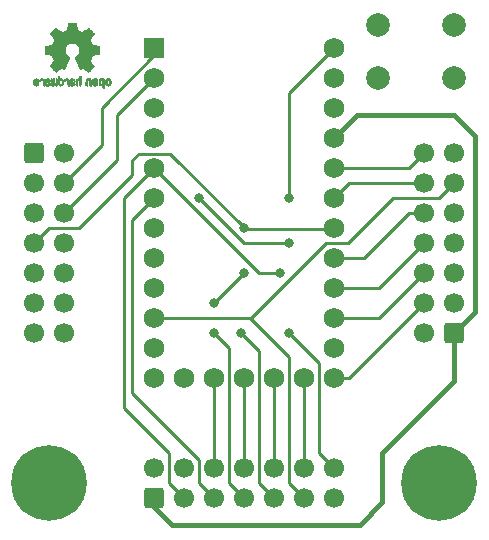
<source format=gbl>
%TF.GenerationSoftware,KiCad,Pcbnew,(6.0.1-0)*%
%TF.CreationDate,2022-02-07T11:31:32+08:00*%
%TF.ProjectId,Pragmatic,50726167-6d61-4746-9963-2e6b69636164,V2*%
%TF.SameCoordinates,Original*%
%TF.FileFunction,Copper,L2,Bot*%
%TF.FilePolarity,Positive*%
%FSLAX46Y46*%
G04 Gerber Fmt 4.6, Leading zero omitted, Abs format (unit mm)*
G04 Created by KiCad (PCBNEW (6.0.1-0)) date 2022-02-07 11:31:32*
%MOMM*%
%LPD*%
G01*
G04 APERTURE LIST*
G04 Aperture macros list*
%AMRoundRect*
0 Rectangle with rounded corners*
0 $1 Rounding radius*
0 $2 $3 $4 $5 $6 $7 $8 $9 X,Y pos of 4 corners*
0 Add a 4 corners polygon primitive as box body*
4,1,4,$2,$3,$4,$5,$6,$7,$8,$9,$2,$3,0*
0 Add four circle primitives for the rounded corners*
1,1,$1+$1,$2,$3*
1,1,$1+$1,$4,$5*
1,1,$1+$1,$6,$7*
1,1,$1+$1,$8,$9*
0 Add four rect primitives between the rounded corners*
20,1,$1+$1,$2,$3,$4,$5,0*
20,1,$1+$1,$4,$5,$6,$7,0*
20,1,$1+$1,$6,$7,$8,$9,0*
20,1,$1+$1,$8,$9,$2,$3,0*%
G04 Aperture macros list end*
%TA.AperFunction,EtchedComponent*%
%ADD10C,0.010000*%
%TD*%
%TA.AperFunction,ComponentPad*%
%ADD11RoundRect,0.250000X-0.600000X-0.600000X0.600000X-0.600000X0.600000X0.600000X-0.600000X0.600000X0*%
%TD*%
%TA.AperFunction,ComponentPad*%
%ADD12C,1.700000*%
%TD*%
%TA.AperFunction,ComponentPad*%
%ADD13RoundRect,0.250000X0.600000X0.600000X-0.600000X0.600000X-0.600000X-0.600000X0.600000X-0.600000X0*%
%TD*%
%TA.AperFunction,ComponentPad*%
%ADD14C,2.000000*%
%TD*%
%TA.AperFunction,ComponentPad*%
%ADD15R,1.752600X1.752600*%
%TD*%
%TA.AperFunction,ComponentPad*%
%ADD16C,1.752600*%
%TD*%
%TA.AperFunction,ComponentPad*%
%ADD17C,6.400000*%
%TD*%
%TA.AperFunction,ComponentPad*%
%ADD18RoundRect,0.250000X0.600000X-0.600000X0.600000X0.600000X-0.600000X0.600000X-0.600000X-0.600000X0*%
%TD*%
%TA.AperFunction,ViaPad*%
%ADD19C,0.800000*%
%TD*%
%TA.AperFunction,Conductor*%
%ADD20C,0.250000*%
%TD*%
%TA.AperFunction,Conductor*%
%ADD21C,0.381000*%
%TD*%
G04 APERTURE END LIST*
D10*
%TO.C,Logo1*%
X125055256Y-52115968D02*
X124998384Y-52137087D01*
X124998384Y-52137087D02*
X124997733Y-52137493D01*
X124997733Y-52137493D02*
X124962560Y-52163380D01*
X124962560Y-52163380D02*
X124936593Y-52193633D01*
X124936593Y-52193633D02*
X124918330Y-52233058D01*
X124918330Y-52233058D02*
X124906268Y-52286462D01*
X124906268Y-52286462D02*
X124898904Y-52358651D01*
X124898904Y-52358651D02*
X124894736Y-52454432D01*
X124894736Y-52454432D02*
X124894371Y-52468078D01*
X124894371Y-52468078D02*
X124889124Y-52673842D01*
X124889124Y-52673842D02*
X124933284Y-52696678D01*
X124933284Y-52696678D02*
X124965237Y-52712110D01*
X124965237Y-52712110D02*
X124984530Y-52719423D01*
X124984530Y-52719423D02*
X124985422Y-52719514D01*
X124985422Y-52719514D02*
X124988761Y-52706022D01*
X124988761Y-52706022D02*
X124991413Y-52669626D01*
X124991413Y-52669626D02*
X124993044Y-52616452D01*
X124993044Y-52616452D02*
X124993400Y-52573393D01*
X124993400Y-52573393D02*
X124993408Y-52503641D01*
X124993408Y-52503641D02*
X124996597Y-52459837D01*
X124996597Y-52459837D02*
X125007712Y-52438944D01*
X125007712Y-52438944D02*
X125031499Y-52437925D01*
X125031499Y-52437925D02*
X125072704Y-52453741D01*
X125072704Y-52453741D02*
X125134914Y-52482815D01*
X125134914Y-52482815D02*
X125180659Y-52506963D01*
X125180659Y-52506963D02*
X125204187Y-52527913D01*
X125204187Y-52527913D02*
X125211104Y-52550747D01*
X125211104Y-52550747D02*
X125211114Y-52551877D01*
X125211114Y-52551877D02*
X125199701Y-52591212D01*
X125199701Y-52591212D02*
X125165908Y-52612462D01*
X125165908Y-52612462D02*
X125114191Y-52615539D01*
X125114191Y-52615539D02*
X125076939Y-52615006D01*
X125076939Y-52615006D02*
X125057297Y-52625735D01*
X125057297Y-52625735D02*
X125045048Y-52651505D01*
X125045048Y-52651505D02*
X125037998Y-52684337D01*
X125037998Y-52684337D02*
X125048158Y-52702966D01*
X125048158Y-52702966D02*
X125051983Y-52705632D01*
X125051983Y-52705632D02*
X125087999Y-52716340D01*
X125087999Y-52716340D02*
X125138434Y-52717856D01*
X125138434Y-52717856D02*
X125190374Y-52710759D01*
X125190374Y-52710759D02*
X125227178Y-52697788D01*
X125227178Y-52697788D02*
X125278062Y-52654585D01*
X125278062Y-52654585D02*
X125306986Y-52594446D01*
X125306986Y-52594446D02*
X125312714Y-52547462D01*
X125312714Y-52547462D02*
X125308343Y-52505082D01*
X125308343Y-52505082D02*
X125292525Y-52470488D01*
X125292525Y-52470488D02*
X125261203Y-52439763D01*
X125261203Y-52439763D02*
X125210322Y-52408990D01*
X125210322Y-52408990D02*
X125135824Y-52374252D01*
X125135824Y-52374252D02*
X125131286Y-52372288D01*
X125131286Y-52372288D02*
X125064179Y-52341287D01*
X125064179Y-52341287D02*
X125022768Y-52315862D01*
X125022768Y-52315862D02*
X125005019Y-52293014D01*
X125005019Y-52293014D02*
X125008893Y-52269745D01*
X125008893Y-52269745D02*
X125032357Y-52243056D01*
X125032357Y-52243056D02*
X125039373Y-52236914D01*
X125039373Y-52236914D02*
X125086370Y-52213100D01*
X125086370Y-52213100D02*
X125135067Y-52214103D01*
X125135067Y-52214103D02*
X125177478Y-52237451D01*
X125177478Y-52237451D02*
X125205616Y-52280675D01*
X125205616Y-52280675D02*
X125208231Y-52289160D01*
X125208231Y-52289160D02*
X125233692Y-52330308D01*
X125233692Y-52330308D02*
X125265999Y-52350128D01*
X125265999Y-52350128D02*
X125312714Y-52369770D01*
X125312714Y-52369770D02*
X125312714Y-52318950D01*
X125312714Y-52318950D02*
X125298504Y-52245082D01*
X125298504Y-52245082D02*
X125256325Y-52177327D01*
X125256325Y-52177327D02*
X125234376Y-52154661D01*
X125234376Y-52154661D02*
X125184483Y-52125569D01*
X125184483Y-52125569D02*
X125121033Y-52112400D01*
X125121033Y-52112400D02*
X125055256Y-52115968D01*
X125055256Y-52115968D02*
X125055256Y-52115968D01*
G36*
X125184483Y-52125569D02*
G01*
X125234376Y-52154661D01*
X125256325Y-52177327D01*
X125298504Y-52245082D01*
X125312714Y-52318950D01*
X125312714Y-52369770D01*
X125265999Y-52350128D01*
X125233692Y-52330308D01*
X125208231Y-52289160D01*
X125205616Y-52280675D01*
X125177478Y-52237451D01*
X125135067Y-52214103D01*
X125086370Y-52213100D01*
X125039373Y-52236914D01*
X125032357Y-52243056D01*
X125008893Y-52269745D01*
X125005019Y-52293014D01*
X125022768Y-52315862D01*
X125064179Y-52341287D01*
X125131286Y-52372288D01*
X125135824Y-52374252D01*
X125210322Y-52408990D01*
X125261203Y-52439763D01*
X125292525Y-52470488D01*
X125308343Y-52505082D01*
X125312714Y-52547462D01*
X125306986Y-52594446D01*
X125278062Y-52654585D01*
X125227178Y-52697788D01*
X125190374Y-52710759D01*
X125138434Y-52717856D01*
X125087999Y-52716340D01*
X125051983Y-52705632D01*
X125048158Y-52702966D01*
X125037998Y-52684337D01*
X125045048Y-52651505D01*
X125057297Y-52625735D01*
X125076939Y-52615006D01*
X125114191Y-52615539D01*
X125165908Y-52612462D01*
X125199701Y-52591212D01*
X125211114Y-52551877D01*
X125211104Y-52550747D01*
X125204187Y-52527913D01*
X125180659Y-52506963D01*
X125134914Y-52482815D01*
X125072704Y-52453741D01*
X125031499Y-52437925D01*
X125007712Y-52438944D01*
X124996597Y-52459837D01*
X124993408Y-52503641D01*
X124993400Y-52573393D01*
X124993044Y-52616452D01*
X124991413Y-52669626D01*
X124988761Y-52706022D01*
X124985422Y-52719514D01*
X124984530Y-52719423D01*
X124965237Y-52712110D01*
X124933284Y-52696678D01*
X124889124Y-52673842D01*
X124894371Y-52468078D01*
X124894736Y-52454432D01*
X124898904Y-52358651D01*
X124906268Y-52286462D01*
X124918330Y-52233058D01*
X124936593Y-52193633D01*
X124962560Y-52163380D01*
X124997733Y-52137493D01*
X124998384Y-52137087D01*
X125055256Y-52115968D01*
X125121033Y-52112400D01*
X125184483Y-52125569D01*
G37*
X125184483Y-52125569D02*
X125234376Y-52154661D01*
X125256325Y-52177327D01*
X125298504Y-52245082D01*
X125312714Y-52318950D01*
X125312714Y-52369770D01*
X125265999Y-52350128D01*
X125233692Y-52330308D01*
X125208231Y-52289160D01*
X125205616Y-52280675D01*
X125177478Y-52237451D01*
X125135067Y-52214103D01*
X125086370Y-52213100D01*
X125039373Y-52236914D01*
X125032357Y-52243056D01*
X125008893Y-52269745D01*
X125005019Y-52293014D01*
X125022768Y-52315862D01*
X125064179Y-52341287D01*
X125131286Y-52372288D01*
X125135824Y-52374252D01*
X125210322Y-52408990D01*
X125261203Y-52439763D01*
X125292525Y-52470488D01*
X125308343Y-52505082D01*
X125312714Y-52547462D01*
X125306986Y-52594446D01*
X125278062Y-52654585D01*
X125227178Y-52697788D01*
X125190374Y-52710759D01*
X125138434Y-52717856D01*
X125087999Y-52716340D01*
X125051983Y-52705632D01*
X125048158Y-52702966D01*
X125037998Y-52684337D01*
X125045048Y-52651505D01*
X125057297Y-52625735D01*
X125076939Y-52615006D01*
X125114191Y-52615539D01*
X125165908Y-52612462D01*
X125199701Y-52591212D01*
X125211114Y-52551877D01*
X125211104Y-52550747D01*
X125204187Y-52527913D01*
X125180659Y-52506963D01*
X125134914Y-52482815D01*
X125072704Y-52453741D01*
X125031499Y-52437925D01*
X125007712Y-52438944D01*
X124996597Y-52459837D01*
X124993408Y-52503641D01*
X124993400Y-52573393D01*
X124993044Y-52616452D01*
X124991413Y-52669626D01*
X124988761Y-52706022D01*
X124985422Y-52719514D01*
X124984530Y-52719423D01*
X124965237Y-52712110D01*
X124933284Y-52696678D01*
X124889124Y-52673842D01*
X124894371Y-52468078D01*
X124894736Y-52454432D01*
X124898904Y-52358651D01*
X124906268Y-52286462D01*
X124918330Y-52233058D01*
X124936593Y-52193633D01*
X124962560Y-52163380D01*
X124997733Y-52137493D01*
X124998384Y-52137087D01*
X125055256Y-52115968D01*
X125121033Y-52112400D01*
X125184483Y-52125569D01*
X123315167Y-52123663D02*
X123312952Y-52161850D01*
X123312952Y-52161850D02*
X123311216Y-52219886D01*
X123311216Y-52219886D02*
X123310101Y-52293180D01*
X123310101Y-52293180D02*
X123309743Y-52370055D01*
X123309743Y-52370055D02*
X123309743Y-52630196D01*
X123309743Y-52630196D02*
X123355674Y-52676127D01*
X123355674Y-52676127D02*
X123387325Y-52704429D01*
X123387325Y-52704429D02*
X123415110Y-52715893D01*
X123415110Y-52715893D02*
X123453085Y-52715168D01*
X123453085Y-52715168D02*
X123468160Y-52713321D01*
X123468160Y-52713321D02*
X123515274Y-52707948D01*
X123515274Y-52707948D02*
X123554244Y-52704869D01*
X123554244Y-52704869D02*
X123563743Y-52704585D01*
X123563743Y-52704585D02*
X123595767Y-52706445D01*
X123595767Y-52706445D02*
X123641568Y-52711114D01*
X123641568Y-52711114D02*
X123659326Y-52713321D01*
X123659326Y-52713321D02*
X123702943Y-52716735D01*
X123702943Y-52716735D02*
X123732255Y-52709320D01*
X123732255Y-52709320D02*
X123761320Y-52686427D01*
X123761320Y-52686427D02*
X123771812Y-52676127D01*
X123771812Y-52676127D02*
X123817743Y-52630196D01*
X123817743Y-52630196D02*
X123817743Y-52143602D01*
X123817743Y-52143602D02*
X123780774Y-52126758D01*
X123780774Y-52126758D02*
X123748941Y-52114282D01*
X123748941Y-52114282D02*
X123730317Y-52109914D01*
X123730317Y-52109914D02*
X123725542Y-52123718D01*
X123725542Y-52123718D02*
X123721079Y-52162286D01*
X123721079Y-52162286D02*
X123717225Y-52221356D01*
X123717225Y-52221356D02*
X123714278Y-52296663D01*
X123714278Y-52296663D02*
X123712857Y-52360286D01*
X123712857Y-52360286D02*
X123708886Y-52610657D01*
X123708886Y-52610657D02*
X123674241Y-52615556D01*
X123674241Y-52615556D02*
X123642732Y-52612131D01*
X123642732Y-52612131D02*
X123627292Y-52601041D01*
X123627292Y-52601041D02*
X123622977Y-52580308D01*
X123622977Y-52580308D02*
X123619292Y-52536145D01*
X123619292Y-52536145D02*
X123616531Y-52474146D01*
X123616531Y-52474146D02*
X123614988Y-52399909D01*
X123614988Y-52399909D02*
X123614765Y-52361706D01*
X123614765Y-52361706D02*
X123614543Y-52141783D01*
X123614543Y-52141783D02*
X123568834Y-52125849D01*
X123568834Y-52125849D02*
X123536482Y-52115015D01*
X123536482Y-52115015D02*
X123518885Y-52109962D01*
X123518885Y-52109962D02*
X123518377Y-52109914D01*
X123518377Y-52109914D02*
X123516612Y-52123648D01*
X123516612Y-52123648D02*
X123514671Y-52161730D01*
X123514671Y-52161730D02*
X123512718Y-52219482D01*
X123512718Y-52219482D02*
X123510916Y-52292227D01*
X123510916Y-52292227D02*
X123509657Y-52360286D01*
X123509657Y-52360286D02*
X123505686Y-52610657D01*
X123505686Y-52610657D02*
X123418600Y-52610657D01*
X123418600Y-52610657D02*
X123414604Y-52382240D01*
X123414604Y-52382240D02*
X123410608Y-52153822D01*
X123410608Y-52153822D02*
X123368153Y-52131868D01*
X123368153Y-52131868D02*
X123336808Y-52116793D01*
X123336808Y-52116793D02*
X123318256Y-52109951D01*
X123318256Y-52109951D02*
X123317721Y-52109914D01*
X123317721Y-52109914D02*
X123315167Y-52123663D01*
X123315167Y-52123663D02*
X123315167Y-52123663D01*
G36*
X123748941Y-52114282D02*
G01*
X123780774Y-52126758D01*
X123817743Y-52143602D01*
X123817743Y-52630196D01*
X123771812Y-52676127D01*
X123761320Y-52686427D01*
X123732255Y-52709320D01*
X123702943Y-52716735D01*
X123659326Y-52713321D01*
X123641568Y-52711114D01*
X123595767Y-52706445D01*
X123563743Y-52704585D01*
X123554244Y-52704869D01*
X123515274Y-52707948D01*
X123468160Y-52713321D01*
X123453085Y-52715168D01*
X123415110Y-52715893D01*
X123387325Y-52704429D01*
X123355674Y-52676127D01*
X123309743Y-52630196D01*
X123309743Y-52370055D01*
X123310101Y-52293180D01*
X123311216Y-52219886D01*
X123312952Y-52161850D01*
X123315167Y-52123663D01*
X123317721Y-52109914D01*
X123318256Y-52109951D01*
X123336808Y-52116793D01*
X123368153Y-52131868D01*
X123410608Y-52153822D01*
X123414604Y-52382240D01*
X123418600Y-52610657D01*
X123505686Y-52610657D01*
X123509657Y-52360286D01*
X123510916Y-52292227D01*
X123512718Y-52219482D01*
X123514671Y-52161730D01*
X123516612Y-52123648D01*
X123518377Y-52109914D01*
X123518885Y-52109962D01*
X123536482Y-52115015D01*
X123568834Y-52125849D01*
X123614543Y-52141783D01*
X123614765Y-52361706D01*
X123614988Y-52399909D01*
X123616531Y-52474146D01*
X123619292Y-52536145D01*
X123622977Y-52580308D01*
X123627292Y-52601041D01*
X123642732Y-52612131D01*
X123674241Y-52615556D01*
X123708886Y-52610657D01*
X123712857Y-52360286D01*
X123714278Y-52296663D01*
X123717225Y-52221356D01*
X123721079Y-52162286D01*
X123725542Y-52123718D01*
X123730317Y-52109914D01*
X123748941Y-52114282D01*
G37*
X123748941Y-52114282D02*
X123780774Y-52126758D01*
X123817743Y-52143602D01*
X123817743Y-52630196D01*
X123771812Y-52676127D01*
X123761320Y-52686427D01*
X123732255Y-52709320D01*
X123702943Y-52716735D01*
X123659326Y-52713321D01*
X123641568Y-52711114D01*
X123595767Y-52706445D01*
X123563743Y-52704585D01*
X123554244Y-52704869D01*
X123515274Y-52707948D01*
X123468160Y-52713321D01*
X123453085Y-52715168D01*
X123415110Y-52715893D01*
X123387325Y-52704429D01*
X123355674Y-52676127D01*
X123309743Y-52630196D01*
X123309743Y-52370055D01*
X123310101Y-52293180D01*
X123311216Y-52219886D01*
X123312952Y-52161850D01*
X123315167Y-52123663D01*
X123317721Y-52109914D01*
X123318256Y-52109951D01*
X123336808Y-52116793D01*
X123368153Y-52131868D01*
X123410608Y-52153822D01*
X123414604Y-52382240D01*
X123418600Y-52610657D01*
X123505686Y-52610657D01*
X123509657Y-52360286D01*
X123510916Y-52292227D01*
X123512718Y-52219482D01*
X123514671Y-52161730D01*
X123516612Y-52123648D01*
X123518377Y-52109914D01*
X123518885Y-52109962D01*
X123536482Y-52115015D01*
X123568834Y-52125849D01*
X123614543Y-52141783D01*
X123614765Y-52361706D01*
X123614988Y-52399909D01*
X123616531Y-52474146D01*
X123619292Y-52536145D01*
X123622977Y-52580308D01*
X123627292Y-52601041D01*
X123642732Y-52612131D01*
X123674241Y-52615556D01*
X123708886Y-52610657D01*
X123712857Y-52360286D01*
X123714278Y-52296663D01*
X123717225Y-52221356D01*
X123721079Y-52162286D01*
X123725542Y-52123718D01*
X123730317Y-52109914D01*
X123748941Y-52114282D01*
X123904883Y-52230358D02*
X123905067Y-52338837D01*
X123905067Y-52338837D02*
X123905781Y-52422287D01*
X123905781Y-52422287D02*
X123907325Y-52484704D01*
X123907325Y-52484704D02*
X123909999Y-52530085D01*
X123909999Y-52530085D02*
X123914106Y-52562429D01*
X123914106Y-52562429D02*
X123919945Y-52585733D01*
X123919945Y-52585733D02*
X123927818Y-52603995D01*
X123927818Y-52603995D02*
X123933779Y-52614418D01*
X123933779Y-52614418D02*
X123983145Y-52670945D01*
X123983145Y-52670945D02*
X124045736Y-52706377D01*
X124045736Y-52706377D02*
X124114987Y-52719090D01*
X124114987Y-52719090D02*
X124184332Y-52707463D01*
X124184332Y-52707463D02*
X124225625Y-52686568D01*
X124225625Y-52686568D02*
X124268975Y-52650422D01*
X124268975Y-52650422D02*
X124298519Y-52606276D01*
X124298519Y-52606276D02*
X124316345Y-52548462D01*
X124316345Y-52548462D02*
X124324537Y-52471313D01*
X124324537Y-52471313D02*
X124325698Y-52414714D01*
X124325698Y-52414714D02*
X124325542Y-52410647D01*
X124325542Y-52410647D02*
X124224143Y-52410647D01*
X124224143Y-52410647D02*
X124223524Y-52475550D01*
X124223524Y-52475550D02*
X124220686Y-52518514D01*
X124220686Y-52518514D02*
X124214160Y-52546622D01*
X124214160Y-52546622D02*
X124202477Y-52566953D01*
X124202477Y-52566953D02*
X124188517Y-52582288D01*
X124188517Y-52582288D02*
X124141635Y-52611890D01*
X124141635Y-52611890D02*
X124091299Y-52614419D01*
X124091299Y-52614419D02*
X124043724Y-52589705D01*
X124043724Y-52589705D02*
X124040021Y-52586356D01*
X124040021Y-52586356D02*
X124024217Y-52568935D01*
X124024217Y-52568935D02*
X124014307Y-52548209D01*
X124014307Y-52548209D02*
X124008942Y-52517362D01*
X124008942Y-52517362D02*
X124006772Y-52469577D01*
X124006772Y-52469577D02*
X124006429Y-52416748D01*
X124006429Y-52416748D02*
X124007173Y-52350381D01*
X124007173Y-52350381D02*
X124010252Y-52306106D01*
X124010252Y-52306106D02*
X124016939Y-52277009D01*
X124016939Y-52277009D02*
X124028504Y-52256173D01*
X124028504Y-52256173D02*
X124037987Y-52245107D01*
X124037987Y-52245107D02*
X124082040Y-52217198D01*
X124082040Y-52217198D02*
X124132776Y-52213843D01*
X124132776Y-52213843D02*
X124181204Y-52235159D01*
X124181204Y-52235159D02*
X124190550Y-52243073D01*
X124190550Y-52243073D02*
X124206460Y-52260647D01*
X124206460Y-52260647D02*
X124216390Y-52281587D01*
X124216390Y-52281587D02*
X124221722Y-52312782D01*
X124221722Y-52312782D02*
X124223837Y-52361122D01*
X124223837Y-52361122D02*
X124224143Y-52410647D01*
X124224143Y-52410647D02*
X124325542Y-52410647D01*
X124325542Y-52410647D02*
X124322190Y-52323568D01*
X124322190Y-52323568D02*
X124310274Y-52255086D01*
X124310274Y-52255086D02*
X124287865Y-52203600D01*
X124287865Y-52203600D02*
X124252876Y-52163443D01*
X124252876Y-52163443D02*
X124225625Y-52142861D01*
X124225625Y-52142861D02*
X124176093Y-52120625D01*
X124176093Y-52120625D02*
X124118684Y-52110304D01*
X124118684Y-52110304D02*
X124065318Y-52113067D01*
X124065318Y-52113067D02*
X124035457Y-52124212D01*
X124035457Y-52124212D02*
X124023739Y-52127383D01*
X124023739Y-52127383D02*
X124015963Y-52115557D01*
X124015963Y-52115557D02*
X124010535Y-52083866D01*
X124010535Y-52083866D02*
X124006429Y-52035593D01*
X124006429Y-52035593D02*
X124001933Y-51981829D01*
X124001933Y-51981829D02*
X123995687Y-51949482D01*
X123995687Y-51949482D02*
X123984324Y-51930985D01*
X123984324Y-51930985D02*
X123964472Y-51918770D01*
X123964472Y-51918770D02*
X123952000Y-51913362D01*
X123952000Y-51913362D02*
X123904829Y-51893601D01*
X123904829Y-51893601D02*
X123904883Y-52230358D01*
X123904883Y-52230358D02*
X123904883Y-52230358D01*
G36*
X124324537Y-52471313D02*
G01*
X124316345Y-52548462D01*
X124298519Y-52606276D01*
X124268975Y-52650422D01*
X124225625Y-52686568D01*
X124184332Y-52707463D01*
X124114987Y-52719090D01*
X124045736Y-52706377D01*
X123983145Y-52670945D01*
X123933779Y-52614418D01*
X123927818Y-52603995D01*
X123919945Y-52585733D01*
X123914106Y-52562429D01*
X123909999Y-52530085D01*
X123907325Y-52484704D01*
X123905781Y-52422287D01*
X123905734Y-52416748D01*
X124006429Y-52416748D01*
X124006772Y-52469577D01*
X124008942Y-52517362D01*
X124014307Y-52548209D01*
X124024217Y-52568935D01*
X124040021Y-52586356D01*
X124043724Y-52589705D01*
X124091299Y-52614419D01*
X124141635Y-52611890D01*
X124188517Y-52582288D01*
X124202477Y-52566953D01*
X124214160Y-52546622D01*
X124220686Y-52518514D01*
X124223524Y-52475550D01*
X124224143Y-52410647D01*
X124223837Y-52361122D01*
X124221722Y-52312782D01*
X124216390Y-52281587D01*
X124206460Y-52260647D01*
X124190550Y-52243073D01*
X124181204Y-52235159D01*
X124132776Y-52213843D01*
X124082040Y-52217198D01*
X124037987Y-52245107D01*
X124028504Y-52256173D01*
X124016939Y-52277009D01*
X124010252Y-52306106D01*
X124007173Y-52350381D01*
X124006429Y-52416748D01*
X123905734Y-52416748D01*
X123905067Y-52338837D01*
X123904883Y-52230358D01*
X123904829Y-51893601D01*
X123952000Y-51913362D01*
X123964472Y-51918770D01*
X123984324Y-51930985D01*
X123995687Y-51949482D01*
X124001933Y-51981829D01*
X124006429Y-52035593D01*
X124010535Y-52083866D01*
X124015963Y-52115557D01*
X124023739Y-52127383D01*
X124035457Y-52124212D01*
X124065318Y-52113067D01*
X124118684Y-52110304D01*
X124176093Y-52120625D01*
X124225625Y-52142861D01*
X124252876Y-52163443D01*
X124287865Y-52203600D01*
X124310274Y-52255086D01*
X124322190Y-52323568D01*
X124325542Y-52410647D01*
X124325698Y-52414714D01*
X124324537Y-52471313D01*
G37*
X124324537Y-52471313D02*
X124316345Y-52548462D01*
X124298519Y-52606276D01*
X124268975Y-52650422D01*
X124225625Y-52686568D01*
X124184332Y-52707463D01*
X124114987Y-52719090D01*
X124045736Y-52706377D01*
X123983145Y-52670945D01*
X123933779Y-52614418D01*
X123927818Y-52603995D01*
X123919945Y-52585733D01*
X123914106Y-52562429D01*
X123909999Y-52530085D01*
X123907325Y-52484704D01*
X123905781Y-52422287D01*
X123905734Y-52416748D01*
X124006429Y-52416748D01*
X124006772Y-52469577D01*
X124008942Y-52517362D01*
X124014307Y-52548209D01*
X124024217Y-52568935D01*
X124040021Y-52586356D01*
X124043724Y-52589705D01*
X124091299Y-52614419D01*
X124141635Y-52611890D01*
X124188517Y-52582288D01*
X124202477Y-52566953D01*
X124214160Y-52546622D01*
X124220686Y-52518514D01*
X124223524Y-52475550D01*
X124224143Y-52410647D01*
X124223837Y-52361122D01*
X124221722Y-52312782D01*
X124216390Y-52281587D01*
X124206460Y-52260647D01*
X124190550Y-52243073D01*
X124181204Y-52235159D01*
X124132776Y-52213843D01*
X124082040Y-52217198D01*
X124037987Y-52245107D01*
X124028504Y-52256173D01*
X124016939Y-52277009D01*
X124010252Y-52306106D01*
X124007173Y-52350381D01*
X124006429Y-52416748D01*
X123905734Y-52416748D01*
X123905067Y-52338837D01*
X123904883Y-52230358D01*
X123904829Y-51893601D01*
X123952000Y-51913362D01*
X123964472Y-51918770D01*
X123984324Y-51930985D01*
X123995687Y-51949482D01*
X124001933Y-51981829D01*
X124006429Y-52035593D01*
X124010535Y-52083866D01*
X124015963Y-52115557D01*
X124023739Y-52127383D01*
X124035457Y-52124212D01*
X124065318Y-52113067D01*
X124118684Y-52110304D01*
X124176093Y-52120625D01*
X124225625Y-52142861D01*
X124252876Y-52163443D01*
X124287865Y-52203600D01*
X124310274Y-52255086D01*
X124322190Y-52323568D01*
X124325542Y-52410647D01*
X124325698Y-52414714D01*
X124324537Y-52471313D01*
X126926697Y-52096239D02*
X126869473Y-52134735D01*
X126869473Y-52134735D02*
X126825251Y-52190335D01*
X126825251Y-52190335D02*
X126798833Y-52261086D01*
X126798833Y-52261086D02*
X126793490Y-52313162D01*
X126793490Y-52313162D02*
X126794097Y-52334893D01*
X126794097Y-52334893D02*
X126799178Y-52351531D01*
X126799178Y-52351531D02*
X126813145Y-52366437D01*
X126813145Y-52366437D02*
X126840411Y-52382973D01*
X126840411Y-52382973D02*
X126885388Y-52404498D01*
X126885388Y-52404498D02*
X126952489Y-52434374D01*
X126952489Y-52434374D02*
X126952829Y-52434524D01*
X126952829Y-52434524D02*
X127014593Y-52462813D01*
X127014593Y-52462813D02*
X127065241Y-52487933D01*
X127065241Y-52487933D02*
X127099596Y-52507179D01*
X127099596Y-52507179D02*
X127112482Y-52517848D01*
X127112482Y-52517848D02*
X127112486Y-52517934D01*
X127112486Y-52517934D02*
X127101128Y-52541166D01*
X127101128Y-52541166D02*
X127074569Y-52566774D01*
X127074569Y-52566774D02*
X127044077Y-52585221D01*
X127044077Y-52585221D02*
X127028630Y-52588886D01*
X127028630Y-52588886D02*
X126986485Y-52576212D01*
X126986485Y-52576212D02*
X126950192Y-52544471D01*
X126950192Y-52544471D02*
X126932483Y-52509572D01*
X126932483Y-52509572D02*
X126915448Y-52483845D01*
X126915448Y-52483845D02*
X126882078Y-52454546D01*
X126882078Y-52454546D02*
X126842851Y-52429235D01*
X126842851Y-52429235D02*
X126808244Y-52415471D01*
X126808244Y-52415471D02*
X126801007Y-52414714D01*
X126801007Y-52414714D02*
X126792861Y-52427160D01*
X126792861Y-52427160D02*
X126792370Y-52458972D01*
X126792370Y-52458972D02*
X126798357Y-52501866D01*
X126798357Y-52501866D02*
X126809643Y-52547558D01*
X126809643Y-52547558D02*
X126825050Y-52587761D01*
X126825050Y-52587761D02*
X126825829Y-52589322D01*
X126825829Y-52589322D02*
X126872196Y-52654062D01*
X126872196Y-52654062D02*
X126932289Y-52698097D01*
X126932289Y-52698097D02*
X127000535Y-52719711D01*
X127000535Y-52719711D02*
X127071362Y-52717185D01*
X127071362Y-52717185D02*
X127139196Y-52688804D01*
X127139196Y-52688804D02*
X127142212Y-52686808D01*
X127142212Y-52686808D02*
X127195573Y-52638448D01*
X127195573Y-52638448D02*
X127230660Y-52575352D01*
X127230660Y-52575352D02*
X127250078Y-52492387D01*
X127250078Y-52492387D02*
X127252684Y-52469078D01*
X127252684Y-52469078D02*
X127257299Y-52359055D01*
X127257299Y-52359055D02*
X127251767Y-52307748D01*
X127251767Y-52307748D02*
X127112486Y-52307748D01*
X127112486Y-52307748D02*
X127110676Y-52339753D01*
X127110676Y-52339753D02*
X127100778Y-52349093D01*
X127100778Y-52349093D02*
X127076102Y-52342105D01*
X127076102Y-52342105D02*
X127037205Y-52325587D01*
X127037205Y-52325587D02*
X126993725Y-52304881D01*
X126993725Y-52304881D02*
X126992644Y-52304333D01*
X126992644Y-52304333D02*
X126955791Y-52284949D01*
X126955791Y-52284949D02*
X126941000Y-52272013D01*
X126941000Y-52272013D02*
X126944647Y-52258451D01*
X126944647Y-52258451D02*
X126960005Y-52240632D01*
X126960005Y-52240632D02*
X126999077Y-52214845D01*
X126999077Y-52214845D02*
X127041154Y-52212950D01*
X127041154Y-52212950D02*
X127078897Y-52231717D01*
X127078897Y-52231717D02*
X127104966Y-52267915D01*
X127104966Y-52267915D02*
X127112486Y-52307748D01*
X127112486Y-52307748D02*
X127251767Y-52307748D01*
X127251767Y-52307748D02*
X127247806Y-52271027D01*
X127247806Y-52271027D02*
X127223450Y-52201212D01*
X127223450Y-52201212D02*
X127189544Y-52152302D01*
X127189544Y-52152302D02*
X127128347Y-52102878D01*
X127128347Y-52102878D02*
X127060937Y-52078359D01*
X127060937Y-52078359D02*
X126992120Y-52076797D01*
X126992120Y-52076797D02*
X126926697Y-52096239D01*
X126926697Y-52096239D02*
X126926697Y-52096239D01*
G36*
X127252684Y-52469078D02*
G01*
X127250078Y-52492387D01*
X127230660Y-52575352D01*
X127195573Y-52638448D01*
X127142212Y-52686808D01*
X127139196Y-52688804D01*
X127071362Y-52717185D01*
X127000535Y-52719711D01*
X126932289Y-52698097D01*
X126872196Y-52654062D01*
X126825829Y-52589322D01*
X126825050Y-52587761D01*
X126809643Y-52547558D01*
X126798357Y-52501866D01*
X126792370Y-52458972D01*
X126792861Y-52427160D01*
X126801007Y-52414714D01*
X126808244Y-52415471D01*
X126842851Y-52429235D01*
X126882078Y-52454546D01*
X126915448Y-52483845D01*
X126932483Y-52509572D01*
X126950192Y-52544471D01*
X126986485Y-52576212D01*
X127028630Y-52588886D01*
X127044077Y-52585221D01*
X127074569Y-52566774D01*
X127101128Y-52541166D01*
X127112486Y-52517934D01*
X127112482Y-52517848D01*
X127099596Y-52507179D01*
X127065241Y-52487933D01*
X127014593Y-52462813D01*
X126952829Y-52434524D01*
X126952489Y-52434374D01*
X126885388Y-52404498D01*
X126840411Y-52382973D01*
X126813145Y-52366437D01*
X126799178Y-52351531D01*
X126794097Y-52334893D01*
X126793490Y-52313162D01*
X126797712Y-52272013D01*
X126941000Y-52272013D01*
X126955791Y-52284949D01*
X126992644Y-52304333D01*
X126993725Y-52304881D01*
X127037205Y-52325587D01*
X127076102Y-52342105D01*
X127100778Y-52349093D01*
X127110676Y-52339753D01*
X127112486Y-52307748D01*
X127104966Y-52267915D01*
X127078897Y-52231717D01*
X127041154Y-52212950D01*
X126999077Y-52214845D01*
X126960005Y-52240632D01*
X126944647Y-52258451D01*
X126941000Y-52272013D01*
X126797712Y-52272013D01*
X126798833Y-52261086D01*
X126825251Y-52190335D01*
X126869473Y-52134735D01*
X126926697Y-52096239D01*
X126992120Y-52076797D01*
X127060937Y-52078359D01*
X127128347Y-52102878D01*
X127189544Y-52152302D01*
X127223450Y-52201212D01*
X127247806Y-52271027D01*
X127251767Y-52307748D01*
X127257299Y-52359055D01*
X127252684Y-52469078D01*
G37*
X127252684Y-52469078D02*
X127250078Y-52492387D01*
X127230660Y-52575352D01*
X127195573Y-52638448D01*
X127142212Y-52686808D01*
X127139196Y-52688804D01*
X127071362Y-52717185D01*
X127000535Y-52719711D01*
X126932289Y-52698097D01*
X126872196Y-52654062D01*
X126825829Y-52589322D01*
X126825050Y-52587761D01*
X126809643Y-52547558D01*
X126798357Y-52501866D01*
X126792370Y-52458972D01*
X126792861Y-52427160D01*
X126801007Y-52414714D01*
X126808244Y-52415471D01*
X126842851Y-52429235D01*
X126882078Y-52454546D01*
X126915448Y-52483845D01*
X126932483Y-52509572D01*
X126950192Y-52544471D01*
X126986485Y-52576212D01*
X127028630Y-52588886D01*
X127044077Y-52585221D01*
X127074569Y-52566774D01*
X127101128Y-52541166D01*
X127112486Y-52517934D01*
X127112482Y-52517848D01*
X127099596Y-52507179D01*
X127065241Y-52487933D01*
X127014593Y-52462813D01*
X126952829Y-52434524D01*
X126952489Y-52434374D01*
X126885388Y-52404498D01*
X126840411Y-52382973D01*
X126813145Y-52366437D01*
X126799178Y-52351531D01*
X126794097Y-52334893D01*
X126793490Y-52313162D01*
X126797712Y-52272013D01*
X126941000Y-52272013D01*
X126955791Y-52284949D01*
X126992644Y-52304333D01*
X126993725Y-52304881D01*
X127037205Y-52325587D01*
X127076102Y-52342105D01*
X127100778Y-52349093D01*
X127110676Y-52339753D01*
X127112486Y-52307748D01*
X127104966Y-52267915D01*
X127078897Y-52231717D01*
X127041154Y-52212950D01*
X126999077Y-52214845D01*
X126960005Y-52240632D01*
X126944647Y-52258451D01*
X126941000Y-52272013D01*
X126797712Y-52272013D01*
X126798833Y-52261086D01*
X126825251Y-52190335D01*
X126869473Y-52134735D01*
X126926697Y-52096239D01*
X126992120Y-52076797D01*
X127060937Y-52078359D01*
X127128347Y-52102878D01*
X127189544Y-52152302D01*
X127223450Y-52201212D01*
X127247806Y-52271027D01*
X127251767Y-52307748D01*
X127257299Y-52359055D01*
X127252684Y-52469078D01*
X121941405Y-52131966D02*
X121883979Y-52169497D01*
X121883979Y-52169497D02*
X121856281Y-52203096D01*
X121856281Y-52203096D02*
X121834338Y-52264064D01*
X121834338Y-52264064D02*
X121832595Y-52312308D01*
X121832595Y-52312308D02*
X121836543Y-52376816D01*
X121836543Y-52376816D02*
X121985314Y-52441934D01*
X121985314Y-52441934D02*
X122057651Y-52475202D01*
X122057651Y-52475202D02*
X122104916Y-52501964D01*
X122104916Y-52501964D02*
X122129493Y-52525144D01*
X122129493Y-52525144D02*
X122133763Y-52547667D01*
X122133763Y-52547667D02*
X122120111Y-52572455D01*
X122120111Y-52572455D02*
X122105057Y-52588886D01*
X122105057Y-52588886D02*
X122061254Y-52615235D01*
X122061254Y-52615235D02*
X122013611Y-52617081D01*
X122013611Y-52617081D02*
X121969855Y-52596546D01*
X121969855Y-52596546D02*
X121937711Y-52555752D01*
X121937711Y-52555752D02*
X121931962Y-52541347D01*
X121931962Y-52541347D02*
X121904424Y-52496356D01*
X121904424Y-52496356D02*
X121872742Y-52477182D01*
X121872742Y-52477182D02*
X121829286Y-52460779D01*
X121829286Y-52460779D02*
X121829286Y-52522966D01*
X121829286Y-52522966D02*
X121833128Y-52565283D01*
X121833128Y-52565283D02*
X121848177Y-52600969D01*
X121848177Y-52600969D02*
X121879720Y-52641943D01*
X121879720Y-52641943D02*
X121884408Y-52647267D01*
X121884408Y-52647267D02*
X121919494Y-52683720D01*
X121919494Y-52683720D02*
X121949653Y-52703283D01*
X121949653Y-52703283D02*
X121987385Y-52712283D01*
X121987385Y-52712283D02*
X122018665Y-52715230D01*
X122018665Y-52715230D02*
X122074615Y-52715965D01*
X122074615Y-52715965D02*
X122114445Y-52706660D01*
X122114445Y-52706660D02*
X122139292Y-52692846D01*
X122139292Y-52692846D02*
X122178344Y-52662467D01*
X122178344Y-52662467D02*
X122205375Y-52629613D01*
X122205375Y-52629613D02*
X122222483Y-52588294D01*
X122222483Y-52588294D02*
X122231762Y-52532521D01*
X122231762Y-52532521D02*
X122235307Y-52456305D01*
X122235307Y-52456305D02*
X122235590Y-52417622D01*
X122235590Y-52417622D02*
X122234628Y-52371247D01*
X122234628Y-52371247D02*
X122146993Y-52371247D01*
X122146993Y-52371247D02*
X122145977Y-52396126D01*
X122145977Y-52396126D02*
X122143444Y-52400200D01*
X122143444Y-52400200D02*
X122126726Y-52394665D01*
X122126726Y-52394665D02*
X122090751Y-52380017D01*
X122090751Y-52380017D02*
X122042669Y-52359190D01*
X122042669Y-52359190D02*
X122032614Y-52354714D01*
X122032614Y-52354714D02*
X121971848Y-52323814D01*
X121971848Y-52323814D02*
X121938368Y-52296657D01*
X121938368Y-52296657D02*
X121931010Y-52271220D01*
X121931010Y-52271220D02*
X121948609Y-52245481D01*
X121948609Y-52245481D02*
X121963144Y-52234109D01*
X121963144Y-52234109D02*
X122015590Y-52211364D01*
X122015590Y-52211364D02*
X122064678Y-52215122D01*
X122064678Y-52215122D02*
X122105773Y-52242884D01*
X122105773Y-52242884D02*
X122134242Y-52292152D01*
X122134242Y-52292152D02*
X122143369Y-52331257D01*
X122143369Y-52331257D02*
X122146993Y-52371247D01*
X122146993Y-52371247D02*
X122234628Y-52371247D01*
X122234628Y-52371247D02*
X122233715Y-52327249D01*
X122233715Y-52327249D02*
X122226804Y-52260384D01*
X122226804Y-52260384D02*
X122213116Y-52211695D01*
X122213116Y-52211695D02*
X122190904Y-52175849D01*
X122190904Y-52175849D02*
X122158426Y-52147513D01*
X122158426Y-52147513D02*
X122144267Y-52138355D01*
X122144267Y-52138355D02*
X122079947Y-52114507D01*
X122079947Y-52114507D02*
X122009527Y-52113006D01*
X122009527Y-52113006D02*
X121941405Y-52131966D01*
X121941405Y-52131966D02*
X121941405Y-52131966D01*
G36*
X122235307Y-52456305D02*
G01*
X122231762Y-52532521D01*
X122222483Y-52588294D01*
X122205375Y-52629613D01*
X122178344Y-52662467D01*
X122139292Y-52692846D01*
X122114445Y-52706660D01*
X122074615Y-52715965D01*
X122018665Y-52715230D01*
X121987385Y-52712283D01*
X121949653Y-52703283D01*
X121919494Y-52683720D01*
X121884408Y-52647267D01*
X121879720Y-52641943D01*
X121848177Y-52600969D01*
X121833128Y-52565283D01*
X121829286Y-52522966D01*
X121829286Y-52460779D01*
X121872742Y-52477182D01*
X121904424Y-52496356D01*
X121931962Y-52541347D01*
X121937711Y-52555752D01*
X121969855Y-52596546D01*
X122013611Y-52617081D01*
X122061254Y-52615235D01*
X122105057Y-52588886D01*
X122120111Y-52572455D01*
X122133763Y-52547667D01*
X122129493Y-52525144D01*
X122104916Y-52501964D01*
X122057651Y-52475202D01*
X121985314Y-52441934D01*
X121836543Y-52376816D01*
X121832595Y-52312308D01*
X121834079Y-52271220D01*
X121931010Y-52271220D01*
X121938368Y-52296657D01*
X121971848Y-52323814D01*
X122032614Y-52354714D01*
X122042669Y-52359190D01*
X122090751Y-52380017D01*
X122126726Y-52394665D01*
X122143444Y-52400200D01*
X122145977Y-52396126D01*
X122146993Y-52371247D01*
X122143369Y-52331257D01*
X122134242Y-52292152D01*
X122105773Y-52242884D01*
X122064678Y-52215122D01*
X122015590Y-52211364D01*
X121963144Y-52234109D01*
X121948609Y-52245481D01*
X121931010Y-52271220D01*
X121834079Y-52271220D01*
X121834338Y-52264064D01*
X121856281Y-52203096D01*
X121883979Y-52169497D01*
X121941405Y-52131966D01*
X122009527Y-52113006D01*
X122079947Y-52114507D01*
X122144267Y-52138355D01*
X122158426Y-52147513D01*
X122190904Y-52175849D01*
X122213116Y-52211695D01*
X122226804Y-52260384D01*
X122233715Y-52327249D01*
X122234628Y-52371247D01*
X122235590Y-52417622D01*
X122235307Y-52456305D01*
G37*
X122235307Y-52456305D02*
X122231762Y-52532521D01*
X122222483Y-52588294D01*
X122205375Y-52629613D01*
X122178344Y-52662467D01*
X122139292Y-52692846D01*
X122114445Y-52706660D01*
X122074615Y-52715965D01*
X122018665Y-52715230D01*
X121987385Y-52712283D01*
X121949653Y-52703283D01*
X121919494Y-52683720D01*
X121884408Y-52647267D01*
X121879720Y-52641943D01*
X121848177Y-52600969D01*
X121833128Y-52565283D01*
X121829286Y-52522966D01*
X121829286Y-52460779D01*
X121872742Y-52477182D01*
X121904424Y-52496356D01*
X121931962Y-52541347D01*
X121937711Y-52555752D01*
X121969855Y-52596546D01*
X122013611Y-52617081D01*
X122061254Y-52615235D01*
X122105057Y-52588886D01*
X122120111Y-52572455D01*
X122133763Y-52547667D01*
X122129493Y-52525144D01*
X122104916Y-52501964D01*
X122057651Y-52475202D01*
X121985314Y-52441934D01*
X121836543Y-52376816D01*
X121832595Y-52312308D01*
X121834079Y-52271220D01*
X121931010Y-52271220D01*
X121938368Y-52296657D01*
X121971848Y-52323814D01*
X122032614Y-52354714D01*
X122042669Y-52359190D01*
X122090751Y-52380017D01*
X122126726Y-52394665D01*
X122143444Y-52400200D01*
X122145977Y-52396126D01*
X122146993Y-52371247D01*
X122143369Y-52331257D01*
X122134242Y-52292152D01*
X122105773Y-52242884D01*
X122064678Y-52215122D01*
X122015590Y-52211364D01*
X121963144Y-52234109D01*
X121948609Y-52245481D01*
X121931010Y-52271220D01*
X121834079Y-52271220D01*
X121834338Y-52264064D01*
X121856281Y-52203096D01*
X121883979Y-52169497D01*
X121941405Y-52131966D01*
X122009527Y-52113006D01*
X122079947Y-52114507D01*
X122144267Y-52138355D01*
X122158426Y-52147513D01*
X122190904Y-52175849D01*
X122213116Y-52211695D01*
X122226804Y-52260384D01*
X122233715Y-52327249D01*
X122234628Y-52371247D01*
X122235590Y-52417622D01*
X122235307Y-52456305D01*
X124565074Y-52114755D02*
X124499142Y-52139084D01*
X124499142Y-52139084D02*
X124445727Y-52182117D01*
X124445727Y-52182117D02*
X124424836Y-52212409D01*
X124424836Y-52212409D02*
X124402061Y-52267994D01*
X124402061Y-52267994D02*
X124402534Y-52308186D01*
X124402534Y-52308186D02*
X124426438Y-52335217D01*
X124426438Y-52335217D02*
X124435283Y-52339813D01*
X124435283Y-52339813D02*
X124473470Y-52354144D01*
X124473470Y-52354144D02*
X124492972Y-52350472D01*
X124492972Y-52350472D02*
X124499578Y-52326407D01*
X124499578Y-52326407D02*
X124499914Y-52313114D01*
X124499914Y-52313114D02*
X124512008Y-52264210D01*
X124512008Y-52264210D02*
X124543529Y-52229999D01*
X124543529Y-52229999D02*
X124587341Y-52213476D01*
X124587341Y-52213476D02*
X124636305Y-52217634D01*
X124636305Y-52217634D02*
X124676106Y-52239227D01*
X124676106Y-52239227D02*
X124689550Y-52251544D01*
X124689550Y-52251544D02*
X124699079Y-52266487D01*
X124699079Y-52266487D02*
X124705515Y-52289075D01*
X124705515Y-52289075D02*
X124709683Y-52324328D01*
X124709683Y-52324328D02*
X124712403Y-52377266D01*
X124712403Y-52377266D02*
X124714498Y-52452907D01*
X124714498Y-52452907D02*
X124715040Y-52476857D01*
X124715040Y-52476857D02*
X124717019Y-52558790D01*
X124717019Y-52558790D02*
X124719269Y-52616455D01*
X124719269Y-52616455D02*
X124722643Y-52654608D01*
X124722643Y-52654608D02*
X124727994Y-52678004D01*
X124727994Y-52678004D02*
X124736176Y-52691398D01*
X124736176Y-52691398D02*
X124748041Y-52699545D01*
X124748041Y-52699545D02*
X124755638Y-52703144D01*
X124755638Y-52703144D02*
X124787898Y-52715452D01*
X124787898Y-52715452D02*
X124806889Y-52719514D01*
X124806889Y-52719514D02*
X124813164Y-52705948D01*
X124813164Y-52705948D02*
X124816994Y-52664934D01*
X124816994Y-52664934D02*
X124818400Y-52595999D01*
X124818400Y-52595999D02*
X124817402Y-52498669D01*
X124817402Y-52498669D02*
X124817092Y-52483657D01*
X124817092Y-52483657D02*
X124814899Y-52394859D01*
X124814899Y-52394859D02*
X124812307Y-52330019D01*
X124812307Y-52330019D02*
X124808618Y-52284067D01*
X124808618Y-52284067D02*
X124803136Y-52251935D01*
X124803136Y-52251935D02*
X124795165Y-52228553D01*
X124795165Y-52228553D02*
X124784007Y-52208852D01*
X124784007Y-52208852D02*
X124778170Y-52200410D01*
X124778170Y-52200410D02*
X124744704Y-52163057D01*
X124744704Y-52163057D02*
X124707273Y-52134003D01*
X124707273Y-52134003D02*
X124702691Y-52131467D01*
X124702691Y-52131467D02*
X124635574Y-52111443D01*
X124635574Y-52111443D02*
X124565074Y-52114755D01*
X124565074Y-52114755D02*
X124565074Y-52114755D01*
G36*
X124702691Y-52131467D02*
G01*
X124707273Y-52134003D01*
X124744704Y-52163057D01*
X124778170Y-52200410D01*
X124784007Y-52208852D01*
X124795165Y-52228553D01*
X124803136Y-52251935D01*
X124808618Y-52284067D01*
X124812307Y-52330019D01*
X124814899Y-52394859D01*
X124817092Y-52483657D01*
X124817402Y-52498669D01*
X124818400Y-52595999D01*
X124816994Y-52664934D01*
X124813164Y-52705948D01*
X124806889Y-52719514D01*
X124787898Y-52715452D01*
X124755638Y-52703144D01*
X124748041Y-52699545D01*
X124736176Y-52691398D01*
X124727994Y-52678004D01*
X124722643Y-52654608D01*
X124719269Y-52616455D01*
X124717019Y-52558790D01*
X124715040Y-52476857D01*
X124714498Y-52452907D01*
X124712403Y-52377266D01*
X124709683Y-52324328D01*
X124705515Y-52289075D01*
X124699079Y-52266487D01*
X124689550Y-52251544D01*
X124676106Y-52239227D01*
X124636305Y-52217634D01*
X124587341Y-52213476D01*
X124543529Y-52229999D01*
X124512008Y-52264210D01*
X124499914Y-52313114D01*
X124499578Y-52326407D01*
X124492972Y-52350472D01*
X124473470Y-52354144D01*
X124435283Y-52339813D01*
X124426438Y-52335217D01*
X124402534Y-52308186D01*
X124402061Y-52267994D01*
X124424836Y-52212409D01*
X124445727Y-52182117D01*
X124499142Y-52139084D01*
X124565074Y-52114755D01*
X124635574Y-52111443D01*
X124702691Y-52131467D01*
G37*
X124702691Y-52131467D02*
X124707273Y-52134003D01*
X124744704Y-52163057D01*
X124778170Y-52200410D01*
X124784007Y-52208852D01*
X124795165Y-52228553D01*
X124803136Y-52251935D01*
X124808618Y-52284067D01*
X124812307Y-52330019D01*
X124814899Y-52394859D01*
X124817092Y-52483657D01*
X124817402Y-52498669D01*
X124818400Y-52595999D01*
X124816994Y-52664934D01*
X124813164Y-52705948D01*
X124806889Y-52719514D01*
X124787898Y-52715452D01*
X124755638Y-52703144D01*
X124748041Y-52699545D01*
X124736176Y-52691398D01*
X124727994Y-52678004D01*
X124722643Y-52654608D01*
X124719269Y-52616455D01*
X124717019Y-52558790D01*
X124715040Y-52476857D01*
X124714498Y-52452907D01*
X124712403Y-52377266D01*
X124709683Y-52324328D01*
X124705515Y-52289075D01*
X124699079Y-52266487D01*
X124689550Y-52251544D01*
X124676106Y-52239227D01*
X124636305Y-52217634D01*
X124587341Y-52213476D01*
X124543529Y-52229999D01*
X124512008Y-52264210D01*
X124499914Y-52313114D01*
X124499578Y-52326407D01*
X124492972Y-52350472D01*
X124473470Y-52354144D01*
X124435283Y-52339813D01*
X124426438Y-52335217D01*
X124402534Y-52308186D01*
X124402061Y-52267994D01*
X124424836Y-52212409D01*
X124445727Y-52182117D01*
X124499142Y-52139084D01*
X124565074Y-52114755D01*
X124635574Y-52111443D01*
X124702691Y-52131467D01*
X125719114Y-52016289D02*
X125714861Y-52075613D01*
X125714861Y-52075613D02*
X125709975Y-52110572D01*
X125709975Y-52110572D02*
X125703205Y-52125820D01*
X125703205Y-52125820D02*
X125693298Y-52126015D01*
X125693298Y-52126015D02*
X125690086Y-52124195D01*
X125690086Y-52124195D02*
X125647356Y-52111015D01*
X125647356Y-52111015D02*
X125591773Y-52111785D01*
X125591773Y-52111785D02*
X125535263Y-52125333D01*
X125535263Y-52125333D02*
X125499918Y-52142861D01*
X125499918Y-52142861D02*
X125463679Y-52170861D01*
X125463679Y-52170861D02*
X125437187Y-52202549D01*
X125437187Y-52202549D02*
X125419001Y-52242813D01*
X125419001Y-52242813D02*
X125407678Y-52296543D01*
X125407678Y-52296543D02*
X125401778Y-52368626D01*
X125401778Y-52368626D02*
X125399857Y-52463951D01*
X125399857Y-52463951D02*
X125399823Y-52482237D01*
X125399823Y-52482237D02*
X125399800Y-52687646D01*
X125399800Y-52687646D02*
X125445509Y-52703580D01*
X125445509Y-52703580D02*
X125477973Y-52714420D01*
X125477973Y-52714420D02*
X125495785Y-52719468D01*
X125495785Y-52719468D02*
X125496309Y-52719514D01*
X125496309Y-52719514D02*
X125498063Y-52705828D01*
X125498063Y-52705828D02*
X125499556Y-52668076D01*
X125499556Y-52668076D02*
X125500674Y-52611224D01*
X125500674Y-52611224D02*
X125501303Y-52540234D01*
X125501303Y-52540234D02*
X125501400Y-52497073D01*
X125501400Y-52497073D02*
X125501602Y-52411973D01*
X125501602Y-52411973D02*
X125502642Y-52350981D01*
X125502642Y-52350981D02*
X125505169Y-52309177D01*
X125505169Y-52309177D02*
X125509836Y-52281642D01*
X125509836Y-52281642D02*
X125517293Y-52263456D01*
X125517293Y-52263456D02*
X125528189Y-52249698D01*
X125528189Y-52249698D02*
X125534993Y-52243073D01*
X125534993Y-52243073D02*
X125581728Y-52216375D01*
X125581728Y-52216375D02*
X125632728Y-52214375D01*
X125632728Y-52214375D02*
X125678999Y-52236955D01*
X125678999Y-52236955D02*
X125687556Y-52245107D01*
X125687556Y-52245107D02*
X125700107Y-52260436D01*
X125700107Y-52260436D02*
X125708812Y-52278618D01*
X125708812Y-52278618D02*
X125714369Y-52304909D01*
X125714369Y-52304909D02*
X125717474Y-52344562D01*
X125717474Y-52344562D02*
X125718824Y-52402832D01*
X125718824Y-52402832D02*
X125719114Y-52483173D01*
X125719114Y-52483173D02*
X125719114Y-52687646D01*
X125719114Y-52687646D02*
X125764823Y-52703580D01*
X125764823Y-52703580D02*
X125797287Y-52714420D01*
X125797287Y-52714420D02*
X125815099Y-52719468D01*
X125815099Y-52719468D02*
X125815623Y-52719514D01*
X125815623Y-52719514D02*
X125816963Y-52705623D01*
X125816963Y-52705623D02*
X125818172Y-52666439D01*
X125818172Y-52666439D02*
X125819199Y-52605700D01*
X125819199Y-52605700D02*
X125819998Y-52527141D01*
X125819998Y-52527141D02*
X125820519Y-52434498D01*
X125820519Y-52434498D02*
X125820714Y-52331509D01*
X125820714Y-52331509D02*
X125820714Y-51934342D01*
X125820714Y-51934342D02*
X125773543Y-51914444D01*
X125773543Y-51914444D02*
X125726371Y-51894547D01*
X125726371Y-51894547D02*
X125719114Y-52016289D01*
X125719114Y-52016289D02*
X125719114Y-52016289D01*
G36*
X125773543Y-51914444D02*
G01*
X125820714Y-51934342D01*
X125820714Y-52331509D01*
X125820519Y-52434498D01*
X125819998Y-52527141D01*
X125819199Y-52605700D01*
X125818172Y-52666439D01*
X125816963Y-52705623D01*
X125815623Y-52719514D01*
X125815099Y-52719468D01*
X125797287Y-52714420D01*
X125764823Y-52703580D01*
X125719114Y-52687646D01*
X125719114Y-52483173D01*
X125718824Y-52402832D01*
X125717474Y-52344562D01*
X125714369Y-52304909D01*
X125708812Y-52278618D01*
X125700107Y-52260436D01*
X125687556Y-52245107D01*
X125678999Y-52236955D01*
X125632728Y-52214375D01*
X125581728Y-52216375D01*
X125534993Y-52243073D01*
X125528189Y-52249698D01*
X125517293Y-52263456D01*
X125509836Y-52281642D01*
X125505169Y-52309177D01*
X125502642Y-52350981D01*
X125501602Y-52411973D01*
X125501400Y-52497073D01*
X125501303Y-52540234D01*
X125500674Y-52611224D01*
X125499556Y-52668076D01*
X125498063Y-52705828D01*
X125496309Y-52719514D01*
X125495785Y-52719468D01*
X125477973Y-52714420D01*
X125445509Y-52703580D01*
X125399800Y-52687646D01*
X125399823Y-52482237D01*
X125399857Y-52463951D01*
X125401778Y-52368626D01*
X125407678Y-52296543D01*
X125419001Y-52242813D01*
X125437187Y-52202549D01*
X125463679Y-52170861D01*
X125499918Y-52142861D01*
X125535263Y-52125333D01*
X125591773Y-52111785D01*
X125647356Y-52111015D01*
X125690086Y-52124195D01*
X125693298Y-52126015D01*
X125703205Y-52125820D01*
X125709975Y-52110572D01*
X125714861Y-52075613D01*
X125719114Y-52016289D01*
X125726371Y-51894547D01*
X125773543Y-51914444D01*
G37*
X125773543Y-51914444D02*
X125820714Y-51934342D01*
X125820714Y-52331509D01*
X125820519Y-52434498D01*
X125819998Y-52527141D01*
X125819199Y-52605700D01*
X125818172Y-52666439D01*
X125816963Y-52705623D01*
X125815623Y-52719514D01*
X125815099Y-52719468D01*
X125797287Y-52714420D01*
X125764823Y-52703580D01*
X125719114Y-52687646D01*
X125719114Y-52483173D01*
X125718824Y-52402832D01*
X125717474Y-52344562D01*
X125714369Y-52304909D01*
X125708812Y-52278618D01*
X125700107Y-52260436D01*
X125687556Y-52245107D01*
X125678999Y-52236955D01*
X125632728Y-52214375D01*
X125581728Y-52216375D01*
X125534993Y-52243073D01*
X125528189Y-52249698D01*
X125517293Y-52263456D01*
X125509836Y-52281642D01*
X125505169Y-52309177D01*
X125502642Y-52350981D01*
X125501602Y-52411973D01*
X125501400Y-52497073D01*
X125501303Y-52540234D01*
X125500674Y-52611224D01*
X125499556Y-52668076D01*
X125498063Y-52705828D01*
X125496309Y-52719514D01*
X125495785Y-52719468D01*
X125477973Y-52714420D01*
X125445509Y-52703580D01*
X125399800Y-52687646D01*
X125399823Y-52482237D01*
X125399857Y-52463951D01*
X125401778Y-52368626D01*
X125407678Y-52296543D01*
X125419001Y-52242813D01*
X125437187Y-52202549D01*
X125463679Y-52170861D01*
X125499918Y-52142861D01*
X125535263Y-52125333D01*
X125591773Y-52111785D01*
X125647356Y-52111015D01*
X125690086Y-52124195D01*
X125693298Y-52126015D01*
X125703205Y-52125820D01*
X125709975Y-52110572D01*
X125714861Y-52075613D01*
X125719114Y-52016289D01*
X125726371Y-51894547D01*
X125773543Y-51914444D01*
X127495256Y-52084918D02*
X127439799Y-52112568D01*
X127439799Y-52112568D02*
X127390852Y-52163480D01*
X127390852Y-52163480D02*
X127377371Y-52182338D01*
X127377371Y-52182338D02*
X127362686Y-52207015D01*
X127362686Y-52207015D02*
X127353158Y-52233816D01*
X127353158Y-52233816D02*
X127347707Y-52269587D01*
X127347707Y-52269587D02*
X127345253Y-52321169D01*
X127345253Y-52321169D02*
X127344714Y-52389267D01*
X127344714Y-52389267D02*
X127347148Y-52482588D01*
X127347148Y-52482588D02*
X127355606Y-52552657D01*
X127355606Y-52552657D02*
X127371826Y-52604931D01*
X127371826Y-52604931D02*
X127397546Y-52644869D01*
X127397546Y-52644869D02*
X127434503Y-52677929D01*
X127434503Y-52677929D02*
X127437218Y-52679886D01*
X127437218Y-52679886D02*
X127473640Y-52699908D01*
X127473640Y-52699908D02*
X127517498Y-52709815D01*
X127517498Y-52709815D02*
X127573276Y-52712257D01*
X127573276Y-52712257D02*
X127663952Y-52712257D01*
X127663952Y-52712257D02*
X127663990Y-52800283D01*
X127663990Y-52800283D02*
X127664834Y-52849308D01*
X127664834Y-52849308D02*
X127669976Y-52878065D01*
X127669976Y-52878065D02*
X127683413Y-52895311D01*
X127683413Y-52895311D02*
X127709142Y-52909808D01*
X127709142Y-52909808D02*
X127715321Y-52912769D01*
X127715321Y-52912769D02*
X127744236Y-52926648D01*
X127744236Y-52926648D02*
X127766624Y-52935414D01*
X127766624Y-52935414D02*
X127783271Y-52936171D01*
X127783271Y-52936171D02*
X127794964Y-52926023D01*
X127794964Y-52926023D02*
X127802490Y-52902073D01*
X127802490Y-52902073D02*
X127806634Y-52861426D01*
X127806634Y-52861426D02*
X127808185Y-52801186D01*
X127808185Y-52801186D02*
X127807929Y-52718455D01*
X127807929Y-52718455D02*
X127806651Y-52610339D01*
X127806651Y-52610339D02*
X127806252Y-52578000D01*
X127806252Y-52578000D02*
X127804815Y-52466524D01*
X127804815Y-52466524D02*
X127803528Y-52393603D01*
X127803528Y-52393603D02*
X127664029Y-52393603D01*
X127664029Y-52393603D02*
X127663245Y-52455499D01*
X127663245Y-52455499D02*
X127659760Y-52495997D01*
X127659760Y-52495997D02*
X127651876Y-52522708D01*
X127651876Y-52522708D02*
X127637895Y-52543244D01*
X127637895Y-52543244D02*
X127628403Y-52553260D01*
X127628403Y-52553260D02*
X127589596Y-52582567D01*
X127589596Y-52582567D02*
X127555237Y-52584952D01*
X127555237Y-52584952D02*
X127519784Y-52560750D01*
X127519784Y-52560750D02*
X127518886Y-52559857D01*
X127518886Y-52559857D02*
X127504461Y-52541153D01*
X127504461Y-52541153D02*
X127495687Y-52515732D01*
X127495687Y-52515732D02*
X127491261Y-52476584D01*
X127491261Y-52476584D02*
X127489882Y-52416697D01*
X127489882Y-52416697D02*
X127489857Y-52403430D01*
X127489857Y-52403430D02*
X127493188Y-52320901D01*
X127493188Y-52320901D02*
X127504031Y-52263691D01*
X127504031Y-52263691D02*
X127523660Y-52228766D01*
X127523660Y-52228766D02*
X127553350Y-52213094D01*
X127553350Y-52213094D02*
X127570509Y-52211514D01*
X127570509Y-52211514D02*
X127611234Y-52218926D01*
X127611234Y-52218926D02*
X127639168Y-52243330D01*
X127639168Y-52243330D02*
X127655983Y-52287980D01*
X127655983Y-52287980D02*
X127663350Y-52356130D01*
X127663350Y-52356130D02*
X127664029Y-52393603D01*
X127664029Y-52393603D02*
X127803528Y-52393603D01*
X127803528Y-52393603D02*
X127803292Y-52380245D01*
X127803292Y-52380245D02*
X127801323Y-52315333D01*
X127801323Y-52315333D02*
X127798550Y-52267958D01*
X127798550Y-52267958D02*
X127794612Y-52234290D01*
X127794612Y-52234290D02*
X127789151Y-52210498D01*
X127789151Y-52210498D02*
X127781808Y-52192753D01*
X127781808Y-52192753D02*
X127772223Y-52177224D01*
X127772223Y-52177224D02*
X127768113Y-52171381D01*
X127768113Y-52171381D02*
X127713595Y-52116185D01*
X127713595Y-52116185D02*
X127644664Y-52084890D01*
X127644664Y-52084890D02*
X127564928Y-52076165D01*
X127564928Y-52076165D02*
X127495256Y-52084918D01*
X127495256Y-52084918D02*
X127495256Y-52084918D01*
G36*
X127806252Y-52578000D02*
G01*
X127806651Y-52610339D01*
X127807929Y-52718455D01*
X127808185Y-52801186D01*
X127806634Y-52861426D01*
X127802490Y-52902073D01*
X127794964Y-52926023D01*
X127783271Y-52936171D01*
X127766624Y-52935414D01*
X127744236Y-52926648D01*
X127715321Y-52912769D01*
X127709142Y-52909808D01*
X127683413Y-52895311D01*
X127669976Y-52878065D01*
X127664834Y-52849308D01*
X127663990Y-52800283D01*
X127663952Y-52712257D01*
X127573276Y-52712257D01*
X127517498Y-52709815D01*
X127473640Y-52699908D01*
X127437218Y-52679886D01*
X127434503Y-52677929D01*
X127397546Y-52644869D01*
X127371826Y-52604931D01*
X127355606Y-52552657D01*
X127347148Y-52482588D01*
X127345083Y-52403430D01*
X127489857Y-52403430D01*
X127489882Y-52416697D01*
X127491261Y-52476584D01*
X127495687Y-52515732D01*
X127504461Y-52541153D01*
X127518886Y-52559857D01*
X127519784Y-52560750D01*
X127555237Y-52584952D01*
X127589596Y-52582567D01*
X127628403Y-52553260D01*
X127637895Y-52543244D01*
X127651876Y-52522708D01*
X127659760Y-52495997D01*
X127663245Y-52455499D01*
X127664029Y-52393603D01*
X127663350Y-52356130D01*
X127655983Y-52287980D01*
X127639168Y-52243330D01*
X127611234Y-52218926D01*
X127570509Y-52211514D01*
X127553350Y-52213094D01*
X127523660Y-52228766D01*
X127504031Y-52263691D01*
X127493188Y-52320901D01*
X127489857Y-52403430D01*
X127345083Y-52403430D01*
X127344714Y-52389267D01*
X127345253Y-52321169D01*
X127347707Y-52269587D01*
X127353158Y-52233816D01*
X127362686Y-52207015D01*
X127377371Y-52182338D01*
X127390852Y-52163480D01*
X127439799Y-52112568D01*
X127495256Y-52084918D01*
X127564928Y-52076165D01*
X127644664Y-52084890D01*
X127713595Y-52116185D01*
X127768113Y-52171381D01*
X127772223Y-52177224D01*
X127781808Y-52192753D01*
X127789151Y-52210498D01*
X127794612Y-52234290D01*
X127798550Y-52267958D01*
X127801323Y-52315333D01*
X127803292Y-52380245D01*
X127803528Y-52393603D01*
X127804815Y-52466524D01*
X127806252Y-52578000D01*
G37*
X127806252Y-52578000D02*
X127806651Y-52610339D01*
X127807929Y-52718455D01*
X127808185Y-52801186D01*
X127806634Y-52861426D01*
X127802490Y-52902073D01*
X127794964Y-52926023D01*
X127783271Y-52936171D01*
X127766624Y-52935414D01*
X127744236Y-52926648D01*
X127715321Y-52912769D01*
X127709142Y-52909808D01*
X127683413Y-52895311D01*
X127669976Y-52878065D01*
X127664834Y-52849308D01*
X127663990Y-52800283D01*
X127663952Y-52712257D01*
X127573276Y-52712257D01*
X127517498Y-52709815D01*
X127473640Y-52699908D01*
X127437218Y-52679886D01*
X127434503Y-52677929D01*
X127397546Y-52644869D01*
X127371826Y-52604931D01*
X127355606Y-52552657D01*
X127347148Y-52482588D01*
X127345083Y-52403430D01*
X127489857Y-52403430D01*
X127489882Y-52416697D01*
X127491261Y-52476584D01*
X127495687Y-52515732D01*
X127504461Y-52541153D01*
X127518886Y-52559857D01*
X127519784Y-52560750D01*
X127555237Y-52584952D01*
X127589596Y-52582567D01*
X127628403Y-52553260D01*
X127637895Y-52543244D01*
X127651876Y-52522708D01*
X127659760Y-52495997D01*
X127663245Y-52455499D01*
X127664029Y-52393603D01*
X127663350Y-52356130D01*
X127655983Y-52287980D01*
X127639168Y-52243330D01*
X127611234Y-52218926D01*
X127570509Y-52211514D01*
X127553350Y-52213094D01*
X127523660Y-52228766D01*
X127504031Y-52263691D01*
X127493188Y-52320901D01*
X127489857Y-52403430D01*
X127345083Y-52403430D01*
X127344714Y-52389267D01*
X127345253Y-52321169D01*
X127347707Y-52269587D01*
X127353158Y-52233816D01*
X127362686Y-52207015D01*
X127377371Y-52182338D01*
X127390852Y-52163480D01*
X127439799Y-52112568D01*
X127495256Y-52084918D01*
X127564928Y-52076165D01*
X127644664Y-52084890D01*
X127713595Y-52116185D01*
X127768113Y-52171381D01*
X127772223Y-52177224D01*
X127781808Y-52192753D01*
X127789151Y-52210498D01*
X127794612Y-52234290D01*
X127798550Y-52267958D01*
X127801323Y-52315333D01*
X127803292Y-52380245D01*
X127803528Y-52393603D01*
X127804815Y-52466524D01*
X127806252Y-52578000D01*
X122950124Y-52121335D02*
X122908333Y-52140344D01*
X122908333Y-52140344D02*
X122875531Y-52163378D01*
X122875531Y-52163378D02*
X122851497Y-52189133D01*
X122851497Y-52189133D02*
X122834903Y-52222358D01*
X122834903Y-52222358D02*
X122824423Y-52267800D01*
X122824423Y-52267800D02*
X122818729Y-52330207D01*
X122818729Y-52330207D02*
X122816493Y-52414327D01*
X122816493Y-52414327D02*
X122816257Y-52469721D01*
X122816257Y-52469721D02*
X122816257Y-52685826D01*
X122816257Y-52685826D02*
X122853226Y-52702670D01*
X122853226Y-52702670D02*
X122882344Y-52714981D01*
X122882344Y-52714981D02*
X122896769Y-52719514D01*
X122896769Y-52719514D02*
X122899528Y-52706025D01*
X122899528Y-52706025D02*
X122901718Y-52669653D01*
X122901718Y-52669653D02*
X122903058Y-52616542D01*
X122903058Y-52616542D02*
X122903343Y-52574372D01*
X122903343Y-52574372D02*
X122904566Y-52513447D01*
X122904566Y-52513447D02*
X122907864Y-52465115D01*
X122907864Y-52465115D02*
X122912679Y-52435518D01*
X122912679Y-52435518D02*
X122916504Y-52429229D01*
X122916504Y-52429229D02*
X122942217Y-52435652D01*
X122942217Y-52435652D02*
X122982582Y-52452125D01*
X122982582Y-52452125D02*
X123029321Y-52474458D01*
X123029321Y-52474458D02*
X123074155Y-52498457D01*
X123074155Y-52498457D02*
X123108807Y-52519930D01*
X123108807Y-52519930D02*
X123124998Y-52534685D01*
X123124998Y-52534685D02*
X123125062Y-52534845D01*
X123125062Y-52534845D02*
X123123670Y-52562152D01*
X123123670Y-52562152D02*
X123111182Y-52588219D01*
X123111182Y-52588219D02*
X123089257Y-52609392D01*
X123089257Y-52609392D02*
X123057257Y-52616474D01*
X123057257Y-52616474D02*
X123029908Y-52615649D01*
X123029908Y-52615649D02*
X122991174Y-52615042D01*
X122991174Y-52615042D02*
X122970842Y-52624116D01*
X122970842Y-52624116D02*
X122958631Y-52648092D01*
X122958631Y-52648092D02*
X122957091Y-52652613D01*
X122957091Y-52652613D02*
X122951797Y-52686806D01*
X122951797Y-52686806D02*
X122965953Y-52707568D01*
X122965953Y-52707568D02*
X123002852Y-52717462D01*
X123002852Y-52717462D02*
X123042711Y-52719292D01*
X123042711Y-52719292D02*
X123114438Y-52705727D01*
X123114438Y-52705727D02*
X123151568Y-52686355D01*
X123151568Y-52686355D02*
X123197424Y-52640845D01*
X123197424Y-52640845D02*
X123221744Y-52584983D01*
X123221744Y-52584983D02*
X123223927Y-52525957D01*
X123223927Y-52525957D02*
X123203371Y-52470953D01*
X123203371Y-52470953D02*
X123172451Y-52436486D01*
X123172451Y-52436486D02*
X123141580Y-52417189D01*
X123141580Y-52417189D02*
X123093058Y-52392759D01*
X123093058Y-52392759D02*
X123036515Y-52367985D01*
X123036515Y-52367985D02*
X123027090Y-52364199D01*
X123027090Y-52364199D02*
X122964981Y-52336791D01*
X122964981Y-52336791D02*
X122929178Y-52312634D01*
X122929178Y-52312634D02*
X122917663Y-52288619D01*
X122917663Y-52288619D02*
X122928420Y-52261635D01*
X122928420Y-52261635D02*
X122946886Y-52240543D01*
X122946886Y-52240543D02*
X122990531Y-52214572D01*
X122990531Y-52214572D02*
X123038554Y-52212624D01*
X123038554Y-52212624D02*
X123082594Y-52232637D01*
X123082594Y-52232637D02*
X123114291Y-52272551D01*
X123114291Y-52272551D02*
X123118451Y-52282848D01*
X123118451Y-52282848D02*
X123142673Y-52320724D01*
X123142673Y-52320724D02*
X123178035Y-52348842D01*
X123178035Y-52348842D02*
X123222657Y-52371917D01*
X123222657Y-52371917D02*
X123222657Y-52306485D01*
X123222657Y-52306485D02*
X123220031Y-52266506D01*
X123220031Y-52266506D02*
X123208770Y-52234997D01*
X123208770Y-52234997D02*
X123183801Y-52201378D01*
X123183801Y-52201378D02*
X123159831Y-52175484D01*
X123159831Y-52175484D02*
X123122559Y-52138817D01*
X123122559Y-52138817D02*
X123093599Y-52119121D01*
X123093599Y-52119121D02*
X123062495Y-52111220D01*
X123062495Y-52111220D02*
X123027287Y-52109914D01*
X123027287Y-52109914D02*
X122950124Y-52121335D01*
X122950124Y-52121335D02*
X122950124Y-52121335D01*
G36*
X123062495Y-52111220D02*
G01*
X123093599Y-52119121D01*
X123122559Y-52138817D01*
X123159831Y-52175484D01*
X123183801Y-52201378D01*
X123208770Y-52234997D01*
X123220031Y-52266506D01*
X123222657Y-52306485D01*
X123222657Y-52371917D01*
X123178035Y-52348842D01*
X123142673Y-52320724D01*
X123118451Y-52282848D01*
X123114291Y-52272551D01*
X123082594Y-52232637D01*
X123038554Y-52212624D01*
X122990531Y-52214572D01*
X122946886Y-52240543D01*
X122928420Y-52261635D01*
X122917663Y-52288619D01*
X122929178Y-52312634D01*
X122964981Y-52336791D01*
X123027090Y-52364199D01*
X123036515Y-52367985D01*
X123093058Y-52392759D01*
X123141580Y-52417189D01*
X123172451Y-52436486D01*
X123203371Y-52470953D01*
X123223927Y-52525957D01*
X123221744Y-52584983D01*
X123197424Y-52640845D01*
X123151568Y-52686355D01*
X123114438Y-52705727D01*
X123042711Y-52719292D01*
X123002852Y-52717462D01*
X122965953Y-52707568D01*
X122951797Y-52686806D01*
X122957091Y-52652613D01*
X122958631Y-52648092D01*
X122970842Y-52624116D01*
X122991174Y-52615042D01*
X123029908Y-52615649D01*
X123057257Y-52616474D01*
X123089257Y-52609392D01*
X123111182Y-52588219D01*
X123123670Y-52562152D01*
X123125062Y-52534845D01*
X123124998Y-52534685D01*
X123108807Y-52519930D01*
X123074155Y-52498457D01*
X123029321Y-52474458D01*
X122982582Y-52452125D01*
X122942217Y-52435652D01*
X122916504Y-52429229D01*
X122912679Y-52435518D01*
X122907864Y-52465115D01*
X122904566Y-52513447D01*
X122903343Y-52574372D01*
X122903058Y-52616542D01*
X122901718Y-52669653D01*
X122899528Y-52706025D01*
X122896769Y-52719514D01*
X122882344Y-52714981D01*
X122853226Y-52702670D01*
X122816257Y-52685826D01*
X122816257Y-52469721D01*
X122816493Y-52414327D01*
X122818729Y-52330207D01*
X122824423Y-52267800D01*
X122834903Y-52222358D01*
X122851497Y-52189133D01*
X122875531Y-52163378D01*
X122908333Y-52140344D01*
X122950124Y-52121335D01*
X123027287Y-52109914D01*
X123062495Y-52111220D01*
G37*
X123062495Y-52111220D02*
X123093599Y-52119121D01*
X123122559Y-52138817D01*
X123159831Y-52175484D01*
X123183801Y-52201378D01*
X123208770Y-52234997D01*
X123220031Y-52266506D01*
X123222657Y-52306485D01*
X123222657Y-52371917D01*
X123178035Y-52348842D01*
X123142673Y-52320724D01*
X123118451Y-52282848D01*
X123114291Y-52272551D01*
X123082594Y-52232637D01*
X123038554Y-52212624D01*
X122990531Y-52214572D01*
X122946886Y-52240543D01*
X122928420Y-52261635D01*
X122917663Y-52288619D01*
X122929178Y-52312634D01*
X122964981Y-52336791D01*
X123027090Y-52364199D01*
X123036515Y-52367985D01*
X123093058Y-52392759D01*
X123141580Y-52417189D01*
X123172451Y-52436486D01*
X123203371Y-52470953D01*
X123223927Y-52525957D01*
X123221744Y-52584983D01*
X123197424Y-52640845D01*
X123151568Y-52686355D01*
X123114438Y-52705727D01*
X123042711Y-52719292D01*
X123002852Y-52717462D01*
X122965953Y-52707568D01*
X122951797Y-52686806D01*
X122957091Y-52652613D01*
X122958631Y-52648092D01*
X122970842Y-52624116D01*
X122991174Y-52615042D01*
X123029908Y-52615649D01*
X123057257Y-52616474D01*
X123089257Y-52609392D01*
X123111182Y-52588219D01*
X123123670Y-52562152D01*
X123125062Y-52534845D01*
X123124998Y-52534685D01*
X123108807Y-52519930D01*
X123074155Y-52498457D01*
X123029321Y-52474458D01*
X122982582Y-52452125D01*
X122942217Y-52435652D01*
X122916504Y-52429229D01*
X122912679Y-52435518D01*
X122907864Y-52465115D01*
X122904566Y-52513447D01*
X122903343Y-52574372D01*
X122903058Y-52616542D01*
X122901718Y-52669653D01*
X122899528Y-52706025D01*
X122896769Y-52719514D01*
X122882344Y-52714981D01*
X122853226Y-52702670D01*
X122816257Y-52685826D01*
X122816257Y-52469721D01*
X122816493Y-52414327D01*
X122818729Y-52330207D01*
X122824423Y-52267800D01*
X122834903Y-52222358D01*
X122851497Y-52189133D01*
X122875531Y-52163378D01*
X122908333Y-52140344D01*
X122950124Y-52121335D01*
X123027287Y-52109914D01*
X123062495Y-52111220D01*
X126378907Y-52092780D02*
X126332328Y-52119723D01*
X126332328Y-52119723D02*
X126299943Y-52146466D01*
X126299943Y-52146466D02*
X126276258Y-52174484D01*
X126276258Y-52174484D02*
X126259941Y-52208748D01*
X126259941Y-52208748D02*
X126249661Y-52254227D01*
X126249661Y-52254227D02*
X126244086Y-52315892D01*
X126244086Y-52315892D02*
X126241884Y-52398711D01*
X126241884Y-52398711D02*
X126241629Y-52458246D01*
X126241629Y-52458246D02*
X126241629Y-52677391D01*
X126241629Y-52677391D02*
X126303314Y-52705044D01*
X126303314Y-52705044D02*
X126365000Y-52732697D01*
X126365000Y-52732697D02*
X126372257Y-52492670D01*
X126372257Y-52492670D02*
X126375256Y-52403028D01*
X126375256Y-52403028D02*
X126378402Y-52337962D01*
X126378402Y-52337962D02*
X126382299Y-52293026D01*
X126382299Y-52293026D02*
X126387553Y-52263770D01*
X126387553Y-52263770D02*
X126394769Y-52245748D01*
X126394769Y-52245748D02*
X126404550Y-52234511D01*
X126404550Y-52234511D02*
X126407688Y-52232079D01*
X126407688Y-52232079D02*
X126455239Y-52213083D01*
X126455239Y-52213083D02*
X126503303Y-52220600D01*
X126503303Y-52220600D02*
X126531914Y-52240543D01*
X126531914Y-52240543D02*
X126543553Y-52254675D01*
X126543553Y-52254675D02*
X126551609Y-52273220D01*
X126551609Y-52273220D02*
X126556729Y-52301334D01*
X126556729Y-52301334D02*
X126559559Y-52344173D01*
X126559559Y-52344173D02*
X126560744Y-52406895D01*
X126560744Y-52406895D02*
X126560943Y-52472261D01*
X126560943Y-52472261D02*
X126560982Y-52554268D01*
X126560982Y-52554268D02*
X126562386Y-52612316D01*
X126562386Y-52612316D02*
X126567086Y-52651465D01*
X126567086Y-52651465D02*
X126577013Y-52676780D01*
X126577013Y-52676780D02*
X126594097Y-52693323D01*
X126594097Y-52693323D02*
X126620268Y-52706156D01*
X126620268Y-52706156D02*
X126655225Y-52719491D01*
X126655225Y-52719491D02*
X126693404Y-52734007D01*
X126693404Y-52734007D02*
X126688859Y-52476389D01*
X126688859Y-52476389D02*
X126687029Y-52383519D01*
X126687029Y-52383519D02*
X126684888Y-52314889D01*
X126684888Y-52314889D02*
X126681819Y-52265711D01*
X126681819Y-52265711D02*
X126677206Y-52231198D01*
X126677206Y-52231198D02*
X126670432Y-52206562D01*
X126670432Y-52206562D02*
X126660881Y-52187016D01*
X126660881Y-52187016D02*
X126649366Y-52169770D01*
X126649366Y-52169770D02*
X126593810Y-52114680D01*
X126593810Y-52114680D02*
X126526020Y-52082822D01*
X126526020Y-52082822D02*
X126452287Y-52075191D01*
X126452287Y-52075191D02*
X126378907Y-52092780D01*
X126378907Y-52092780D02*
X126378907Y-52092780D01*
G36*
X126526020Y-52082822D02*
G01*
X126593810Y-52114680D01*
X126649366Y-52169770D01*
X126660881Y-52187016D01*
X126670432Y-52206562D01*
X126677206Y-52231198D01*
X126681819Y-52265711D01*
X126684888Y-52314889D01*
X126687029Y-52383519D01*
X126688859Y-52476389D01*
X126693404Y-52734007D01*
X126655225Y-52719491D01*
X126620268Y-52706156D01*
X126594097Y-52693323D01*
X126577013Y-52676780D01*
X126567086Y-52651465D01*
X126562386Y-52612316D01*
X126560982Y-52554268D01*
X126560943Y-52472261D01*
X126560744Y-52406895D01*
X126559559Y-52344173D01*
X126556729Y-52301334D01*
X126551609Y-52273220D01*
X126543553Y-52254675D01*
X126531914Y-52240543D01*
X126503303Y-52220600D01*
X126455239Y-52213083D01*
X126407688Y-52232079D01*
X126404550Y-52234511D01*
X126394769Y-52245748D01*
X126387553Y-52263770D01*
X126382299Y-52293026D01*
X126378402Y-52337962D01*
X126375256Y-52403028D01*
X126372257Y-52492670D01*
X126365000Y-52732697D01*
X126303314Y-52705044D01*
X126241629Y-52677391D01*
X126241629Y-52458246D01*
X126241884Y-52398711D01*
X126244086Y-52315892D01*
X126249661Y-52254227D01*
X126259941Y-52208748D01*
X126276258Y-52174484D01*
X126299943Y-52146466D01*
X126332328Y-52119723D01*
X126378907Y-52092780D01*
X126452287Y-52075191D01*
X126526020Y-52082822D01*
G37*
X126526020Y-52082822D02*
X126593810Y-52114680D01*
X126649366Y-52169770D01*
X126660881Y-52187016D01*
X126670432Y-52206562D01*
X126677206Y-52231198D01*
X126681819Y-52265711D01*
X126684888Y-52314889D01*
X126687029Y-52383519D01*
X126688859Y-52476389D01*
X126693404Y-52734007D01*
X126655225Y-52719491D01*
X126620268Y-52706156D01*
X126594097Y-52693323D01*
X126577013Y-52676780D01*
X126567086Y-52651465D01*
X126562386Y-52612316D01*
X126560982Y-52554268D01*
X126560943Y-52472261D01*
X126560744Y-52406895D01*
X126559559Y-52344173D01*
X126556729Y-52301334D01*
X126551609Y-52273220D01*
X126543553Y-52254675D01*
X126531914Y-52240543D01*
X126503303Y-52220600D01*
X126455239Y-52213083D01*
X126407688Y-52232079D01*
X126404550Y-52234511D01*
X126394769Y-52245748D01*
X126387553Y-52263770D01*
X126382299Y-52293026D01*
X126378402Y-52337962D01*
X126375256Y-52403028D01*
X126372257Y-52492670D01*
X126365000Y-52732697D01*
X126303314Y-52705044D01*
X126241629Y-52677391D01*
X126241629Y-52458246D01*
X126241884Y-52398711D01*
X126244086Y-52315892D01*
X126249661Y-52254227D01*
X126259941Y-52208748D01*
X126276258Y-52174484D01*
X126299943Y-52146466D01*
X126332328Y-52119723D01*
X126378907Y-52092780D01*
X126452287Y-52075191D01*
X126526020Y-52082822D01*
X124991090Y-47407348D02*
X124912546Y-47407778D01*
X124912546Y-47407778D02*
X124855702Y-47408942D01*
X124855702Y-47408942D02*
X124816895Y-47411207D01*
X124816895Y-47411207D02*
X124792462Y-47414940D01*
X124792462Y-47414940D02*
X124778738Y-47420506D01*
X124778738Y-47420506D02*
X124772060Y-47428273D01*
X124772060Y-47428273D02*
X124768764Y-47438605D01*
X124768764Y-47438605D02*
X124768444Y-47439943D01*
X124768444Y-47439943D02*
X124763438Y-47464079D01*
X124763438Y-47464079D02*
X124754171Y-47511701D01*
X124754171Y-47511701D02*
X124741608Y-47577741D01*
X124741608Y-47577741D02*
X124726713Y-47657128D01*
X124726713Y-47657128D02*
X124710449Y-47744796D01*
X124710449Y-47744796D02*
X124709881Y-47747875D01*
X124709881Y-47747875D02*
X124693590Y-47833789D01*
X124693590Y-47833789D02*
X124678348Y-47909696D01*
X124678348Y-47909696D02*
X124665139Y-47971045D01*
X124665139Y-47971045D02*
X124654946Y-48013282D01*
X124654946Y-48013282D02*
X124648752Y-48031855D01*
X124648752Y-48031855D02*
X124648457Y-48032184D01*
X124648457Y-48032184D02*
X124630212Y-48041253D01*
X124630212Y-48041253D02*
X124592595Y-48056367D01*
X124592595Y-48056367D02*
X124543729Y-48074262D01*
X124543729Y-48074262D02*
X124543457Y-48074358D01*
X124543457Y-48074358D02*
X124481907Y-48097493D01*
X124481907Y-48097493D02*
X124409343Y-48126965D01*
X124409343Y-48126965D02*
X124340943Y-48156597D01*
X124340943Y-48156597D02*
X124337706Y-48158062D01*
X124337706Y-48158062D02*
X124226298Y-48208626D01*
X124226298Y-48208626D02*
X123979601Y-48040160D01*
X123979601Y-48040160D02*
X123903923Y-47988803D01*
X123903923Y-47988803D02*
X123835369Y-47942889D01*
X123835369Y-47942889D02*
X123777912Y-47905030D01*
X123777912Y-47905030D02*
X123735524Y-47877837D01*
X123735524Y-47877837D02*
X123712175Y-47863921D01*
X123712175Y-47863921D02*
X123709958Y-47862889D01*
X123709958Y-47862889D02*
X123692990Y-47867484D01*
X123692990Y-47867484D02*
X123661299Y-47889655D01*
X123661299Y-47889655D02*
X123613648Y-47930447D01*
X123613648Y-47930447D02*
X123548802Y-47990905D01*
X123548802Y-47990905D02*
X123482603Y-48055227D01*
X123482603Y-48055227D02*
X123418786Y-48118612D01*
X123418786Y-48118612D02*
X123361671Y-48176451D01*
X123361671Y-48176451D02*
X123314695Y-48225175D01*
X123314695Y-48225175D02*
X123281297Y-48261210D01*
X123281297Y-48261210D02*
X123264915Y-48280984D01*
X123264915Y-48280984D02*
X123264306Y-48282002D01*
X123264306Y-48282002D02*
X123262495Y-48295572D01*
X123262495Y-48295572D02*
X123269317Y-48317733D01*
X123269317Y-48317733D02*
X123286460Y-48351478D01*
X123286460Y-48351478D02*
X123315607Y-48399800D01*
X123315607Y-48399800D02*
X123358445Y-48465692D01*
X123358445Y-48465692D02*
X123415552Y-48550517D01*
X123415552Y-48550517D02*
X123466234Y-48625177D01*
X123466234Y-48625177D02*
X123511539Y-48692140D01*
X123511539Y-48692140D02*
X123548850Y-48747516D01*
X123548850Y-48747516D02*
X123575548Y-48787420D01*
X123575548Y-48787420D02*
X123589015Y-48807962D01*
X123589015Y-48807962D02*
X123589863Y-48809356D01*
X123589863Y-48809356D02*
X123588219Y-48829038D01*
X123588219Y-48829038D02*
X123575755Y-48867293D01*
X123575755Y-48867293D02*
X123554952Y-48916889D01*
X123554952Y-48916889D02*
X123547538Y-48932728D01*
X123547538Y-48932728D02*
X123515186Y-49003290D01*
X123515186Y-49003290D02*
X123480672Y-49083353D01*
X123480672Y-49083353D02*
X123452635Y-49152629D01*
X123452635Y-49152629D02*
X123432432Y-49204045D01*
X123432432Y-49204045D02*
X123416385Y-49243119D01*
X123416385Y-49243119D02*
X123407112Y-49263541D01*
X123407112Y-49263541D02*
X123405959Y-49265114D01*
X123405959Y-49265114D02*
X123388904Y-49267721D01*
X123388904Y-49267721D02*
X123348702Y-49274863D01*
X123348702Y-49274863D02*
X123290698Y-49285523D01*
X123290698Y-49285523D02*
X123220237Y-49298685D01*
X123220237Y-49298685D02*
X123142665Y-49313333D01*
X123142665Y-49313333D02*
X123063328Y-49328449D01*
X123063328Y-49328449D02*
X122987569Y-49343018D01*
X122987569Y-49343018D02*
X122920736Y-49356022D01*
X122920736Y-49356022D02*
X122868172Y-49366445D01*
X122868172Y-49366445D02*
X122835224Y-49373270D01*
X122835224Y-49373270D02*
X122827143Y-49375199D01*
X122827143Y-49375199D02*
X122818795Y-49379962D01*
X122818795Y-49379962D02*
X122812494Y-49390718D01*
X122812494Y-49390718D02*
X122807955Y-49411098D01*
X122807955Y-49411098D02*
X122804896Y-49444734D01*
X122804896Y-49444734D02*
X122803033Y-49495255D01*
X122803033Y-49495255D02*
X122802082Y-49566292D01*
X122802082Y-49566292D02*
X122801760Y-49661476D01*
X122801760Y-49661476D02*
X122801743Y-49700492D01*
X122801743Y-49700492D02*
X122801743Y-50017799D01*
X122801743Y-50017799D02*
X122877943Y-50032839D01*
X122877943Y-50032839D02*
X122920337Y-50040995D01*
X122920337Y-50040995D02*
X122983600Y-50052899D01*
X122983600Y-50052899D02*
X123060038Y-50067116D01*
X123060038Y-50067116D02*
X123141957Y-50082210D01*
X123141957Y-50082210D02*
X123164600Y-50086355D01*
X123164600Y-50086355D02*
X123240194Y-50101053D01*
X123240194Y-50101053D02*
X123306047Y-50115505D01*
X123306047Y-50115505D02*
X123356634Y-50128375D01*
X123356634Y-50128375D02*
X123386426Y-50138322D01*
X123386426Y-50138322D02*
X123391388Y-50141287D01*
X123391388Y-50141287D02*
X123403574Y-50162283D01*
X123403574Y-50162283D02*
X123421047Y-50202967D01*
X123421047Y-50202967D02*
X123440423Y-50255322D01*
X123440423Y-50255322D02*
X123444266Y-50266600D01*
X123444266Y-50266600D02*
X123469661Y-50336523D01*
X123469661Y-50336523D02*
X123501183Y-50415418D01*
X123501183Y-50415418D02*
X123532031Y-50486266D01*
X123532031Y-50486266D02*
X123532183Y-50486595D01*
X123532183Y-50486595D02*
X123583553Y-50597733D01*
X123583553Y-50597733D02*
X123414601Y-50846253D01*
X123414601Y-50846253D02*
X123245648Y-51094772D01*
X123245648Y-51094772D02*
X123462571Y-51312058D01*
X123462571Y-51312058D02*
X123528181Y-51376726D01*
X123528181Y-51376726D02*
X123588021Y-51433733D01*
X123588021Y-51433733D02*
X123638733Y-51480033D01*
X123638733Y-51480033D02*
X123676954Y-51512584D01*
X123676954Y-51512584D02*
X123699325Y-51528343D01*
X123699325Y-51528343D02*
X123702534Y-51529343D01*
X123702534Y-51529343D02*
X123721374Y-51521469D01*
X123721374Y-51521469D02*
X123759820Y-51499578D01*
X123759820Y-51499578D02*
X123813670Y-51466267D01*
X123813670Y-51466267D02*
X123878724Y-51424131D01*
X123878724Y-51424131D02*
X123949060Y-51376943D01*
X123949060Y-51376943D02*
X124020445Y-51328810D01*
X124020445Y-51328810D02*
X124084092Y-51286928D01*
X124084092Y-51286928D02*
X124135959Y-51253871D01*
X124135959Y-51253871D02*
X124172005Y-51232218D01*
X124172005Y-51232218D02*
X124188133Y-51224543D01*
X124188133Y-51224543D02*
X124207811Y-51231037D01*
X124207811Y-51231037D02*
X124245125Y-51248150D01*
X124245125Y-51248150D02*
X124292379Y-51272326D01*
X124292379Y-51272326D02*
X124297388Y-51275013D01*
X124297388Y-51275013D02*
X124361023Y-51306927D01*
X124361023Y-51306927D02*
X124404659Y-51322579D01*
X124404659Y-51322579D02*
X124431798Y-51322745D01*
X124431798Y-51322745D02*
X124445943Y-51308204D01*
X124445943Y-51308204D02*
X124446025Y-51308000D01*
X124446025Y-51308000D02*
X124453095Y-51290779D01*
X124453095Y-51290779D02*
X124469958Y-51249899D01*
X124469958Y-51249899D02*
X124495305Y-51188525D01*
X124495305Y-51188525D02*
X124527829Y-51109819D01*
X124527829Y-51109819D02*
X124566222Y-51016947D01*
X124566222Y-51016947D02*
X124609178Y-50913072D01*
X124609178Y-50913072D02*
X124650778Y-50812502D01*
X124650778Y-50812502D02*
X124696496Y-50701516D01*
X124696496Y-50701516D02*
X124738474Y-50598703D01*
X124738474Y-50598703D02*
X124775452Y-50507215D01*
X124775452Y-50507215D02*
X124806173Y-50430201D01*
X124806173Y-50430201D02*
X124829378Y-50370815D01*
X124829378Y-50370815D02*
X124843810Y-50332209D01*
X124843810Y-50332209D02*
X124848257Y-50317800D01*
X124848257Y-50317800D02*
X124837104Y-50301272D01*
X124837104Y-50301272D02*
X124807931Y-50274930D01*
X124807931Y-50274930D02*
X124769029Y-50245887D01*
X124769029Y-50245887D02*
X124658243Y-50154039D01*
X124658243Y-50154039D02*
X124571649Y-50048759D01*
X124571649Y-50048759D02*
X124510284Y-49932266D01*
X124510284Y-49932266D02*
X124475185Y-49806776D01*
X124475185Y-49806776D02*
X124467392Y-49674507D01*
X124467392Y-49674507D02*
X124473057Y-49613457D01*
X124473057Y-49613457D02*
X124503922Y-49486795D01*
X124503922Y-49486795D02*
X124557080Y-49374941D01*
X124557080Y-49374941D02*
X124629233Y-49279001D01*
X124629233Y-49279001D02*
X124717083Y-49200076D01*
X124717083Y-49200076D02*
X124817335Y-49139270D01*
X124817335Y-49139270D02*
X124926690Y-49097687D01*
X124926690Y-49097687D02*
X125041853Y-49076428D01*
X125041853Y-49076428D02*
X125159525Y-49076599D01*
X125159525Y-49076599D02*
X125276410Y-49099301D01*
X125276410Y-49099301D02*
X125389211Y-49145638D01*
X125389211Y-49145638D02*
X125494631Y-49216713D01*
X125494631Y-49216713D02*
X125538632Y-49256911D01*
X125538632Y-49256911D02*
X125623021Y-49360129D01*
X125623021Y-49360129D02*
X125681778Y-49472925D01*
X125681778Y-49472925D02*
X125715296Y-49592010D01*
X125715296Y-49592010D02*
X125723965Y-49714095D01*
X125723965Y-49714095D02*
X125708177Y-49835893D01*
X125708177Y-49835893D02*
X125668322Y-49954116D01*
X125668322Y-49954116D02*
X125604793Y-50065475D01*
X125604793Y-50065475D02*
X125517979Y-50166684D01*
X125517979Y-50166684D02*
X125420971Y-50245887D01*
X125420971Y-50245887D02*
X125380563Y-50276162D01*
X125380563Y-50276162D02*
X125352018Y-50302219D01*
X125352018Y-50302219D02*
X125341743Y-50317825D01*
X125341743Y-50317825D02*
X125347123Y-50334843D01*
X125347123Y-50334843D02*
X125362425Y-50375500D01*
X125362425Y-50375500D02*
X125386388Y-50436642D01*
X125386388Y-50436642D02*
X125417756Y-50515119D01*
X125417756Y-50515119D02*
X125455268Y-50607780D01*
X125455268Y-50607780D02*
X125497667Y-50711472D01*
X125497667Y-50711472D02*
X125539337Y-50812526D01*
X125539337Y-50812526D02*
X125585310Y-50923607D01*
X125585310Y-50923607D02*
X125627893Y-51026541D01*
X125627893Y-51026541D02*
X125665779Y-51118165D01*
X125665779Y-51118165D02*
X125697660Y-51195316D01*
X125697660Y-51195316D02*
X125722229Y-51254831D01*
X125722229Y-51254831D02*
X125738180Y-51293544D01*
X125738180Y-51293544D02*
X125744090Y-51308000D01*
X125744090Y-51308000D02*
X125758052Y-51322685D01*
X125758052Y-51322685D02*
X125785060Y-51322642D01*
X125785060Y-51322642D02*
X125828587Y-51307099D01*
X125828587Y-51307099D02*
X125892110Y-51275284D01*
X125892110Y-51275284D02*
X125892612Y-51275013D01*
X125892612Y-51275013D02*
X125940440Y-51250323D01*
X125940440Y-51250323D02*
X125979103Y-51232338D01*
X125979103Y-51232338D02*
X126000905Y-51224614D01*
X126000905Y-51224614D02*
X126001867Y-51224543D01*
X126001867Y-51224543D02*
X126018279Y-51232378D01*
X126018279Y-51232378D02*
X126054513Y-51254165D01*
X126054513Y-51254165D02*
X126106526Y-51287328D01*
X126106526Y-51287328D02*
X126170275Y-51329291D01*
X126170275Y-51329291D02*
X126240940Y-51376943D01*
X126240940Y-51376943D02*
X126312884Y-51425191D01*
X126312884Y-51425191D02*
X126377726Y-51467151D01*
X126377726Y-51467151D02*
X126431265Y-51500227D01*
X126431265Y-51500227D02*
X126469303Y-51521821D01*
X126469303Y-51521821D02*
X126487467Y-51529343D01*
X126487467Y-51529343D02*
X126504192Y-51519457D01*
X126504192Y-51519457D02*
X126537820Y-51491826D01*
X126537820Y-51491826D02*
X126584990Y-51449495D01*
X126584990Y-51449495D02*
X126642342Y-51395505D01*
X126642342Y-51395505D02*
X126706516Y-51332899D01*
X126706516Y-51332899D02*
X126727503Y-51311983D01*
X126727503Y-51311983D02*
X126944501Y-51094623D01*
X126944501Y-51094623D02*
X126779332Y-50852220D01*
X126779332Y-50852220D02*
X126729136Y-50777781D01*
X126729136Y-50777781D02*
X126685081Y-50710972D01*
X126685081Y-50710972D02*
X126649638Y-50655665D01*
X126649638Y-50655665D02*
X126625281Y-50615729D01*
X126625281Y-50615729D02*
X126614478Y-50595036D01*
X126614478Y-50595036D02*
X126614162Y-50593563D01*
X126614162Y-50593563D02*
X126619857Y-50574058D01*
X126619857Y-50574058D02*
X126635174Y-50534822D01*
X126635174Y-50534822D02*
X126657463Y-50482430D01*
X126657463Y-50482430D02*
X126673107Y-50447355D01*
X126673107Y-50447355D02*
X126702359Y-50380201D01*
X126702359Y-50380201D02*
X126729906Y-50312358D01*
X126729906Y-50312358D02*
X126751263Y-50255034D01*
X126751263Y-50255034D02*
X126757065Y-50237572D01*
X126757065Y-50237572D02*
X126773548Y-50190938D01*
X126773548Y-50190938D02*
X126789660Y-50154905D01*
X126789660Y-50154905D02*
X126798510Y-50141287D01*
X126798510Y-50141287D02*
X126818040Y-50132952D01*
X126818040Y-50132952D02*
X126860666Y-50121137D01*
X126860666Y-50121137D02*
X126920855Y-50107181D01*
X126920855Y-50107181D02*
X126993078Y-50092422D01*
X126993078Y-50092422D02*
X127025400Y-50086355D01*
X127025400Y-50086355D02*
X127107478Y-50071273D01*
X127107478Y-50071273D02*
X127186205Y-50056669D01*
X127186205Y-50056669D02*
X127253891Y-50043980D01*
X127253891Y-50043980D02*
X127302840Y-50034642D01*
X127302840Y-50034642D02*
X127312057Y-50032839D01*
X127312057Y-50032839D02*
X127388257Y-50017799D01*
X127388257Y-50017799D02*
X127388257Y-49700492D01*
X127388257Y-49700492D02*
X127388086Y-49596154D01*
X127388086Y-49596154D02*
X127387384Y-49517213D01*
X127387384Y-49517213D02*
X127385866Y-49460038D01*
X127385866Y-49460038D02*
X127383251Y-49420999D01*
X127383251Y-49420999D02*
X127379254Y-49396465D01*
X127379254Y-49396465D02*
X127373591Y-49382805D01*
X127373591Y-49382805D02*
X127365980Y-49376389D01*
X127365980Y-49376389D02*
X127362857Y-49375199D01*
X127362857Y-49375199D02*
X127344022Y-49370980D01*
X127344022Y-49370980D02*
X127302412Y-49362562D01*
X127302412Y-49362562D02*
X127243370Y-49350961D01*
X127243370Y-49350961D02*
X127172243Y-49337195D01*
X127172243Y-49337195D02*
X127094375Y-49322280D01*
X127094375Y-49322280D02*
X127015113Y-49307232D01*
X127015113Y-49307232D02*
X126939802Y-49293069D01*
X126939802Y-49293069D02*
X126873787Y-49280806D01*
X126873787Y-49280806D02*
X126822413Y-49271461D01*
X126822413Y-49271461D02*
X126791025Y-49266050D01*
X126791025Y-49266050D02*
X126784041Y-49265114D01*
X126784041Y-49265114D02*
X126777715Y-49252596D01*
X126777715Y-49252596D02*
X126763710Y-49219246D01*
X126763710Y-49219246D02*
X126744645Y-49171377D01*
X126744645Y-49171377D02*
X126737366Y-49152629D01*
X126737366Y-49152629D02*
X126708004Y-49080195D01*
X126708004Y-49080195D02*
X126673429Y-49000170D01*
X126673429Y-49000170D02*
X126642463Y-48932728D01*
X126642463Y-48932728D02*
X126619677Y-48881159D01*
X126619677Y-48881159D02*
X126604518Y-48838785D01*
X126604518Y-48838785D02*
X126599458Y-48812834D01*
X126599458Y-48812834D02*
X126600264Y-48809356D01*
X126600264Y-48809356D02*
X126610959Y-48792936D01*
X126610959Y-48792936D02*
X126635380Y-48756417D01*
X126635380Y-48756417D02*
X126670905Y-48703687D01*
X126670905Y-48703687D02*
X126714913Y-48638635D01*
X126714913Y-48638635D02*
X126764783Y-48565151D01*
X126764783Y-48565151D02*
X126774644Y-48550645D01*
X126774644Y-48550645D02*
X126832508Y-48464704D01*
X126832508Y-48464704D02*
X126875044Y-48399261D01*
X126875044Y-48399261D02*
X126903946Y-48351304D01*
X126903946Y-48351304D02*
X126920910Y-48317820D01*
X126920910Y-48317820D02*
X126927633Y-48295795D01*
X126927633Y-48295795D02*
X126925810Y-48282217D01*
X126925810Y-48282217D02*
X126925764Y-48282131D01*
X126925764Y-48282131D02*
X126911414Y-48264297D01*
X126911414Y-48264297D02*
X126879677Y-48229817D01*
X126879677Y-48229817D02*
X126833990Y-48182268D01*
X126833990Y-48182268D02*
X126777796Y-48125222D01*
X126777796Y-48125222D02*
X126714532Y-48062255D01*
X126714532Y-48062255D02*
X126707398Y-48055227D01*
X126707398Y-48055227D02*
X126627670Y-47978020D01*
X126627670Y-47978020D02*
X126566143Y-47921330D01*
X126566143Y-47921330D02*
X126521579Y-47884110D01*
X126521579Y-47884110D02*
X126492743Y-47865315D01*
X126492743Y-47865315D02*
X126480042Y-47862889D01*
X126480042Y-47862889D02*
X126461506Y-47873471D01*
X126461506Y-47873471D02*
X126423039Y-47897916D01*
X126423039Y-47897916D02*
X126368614Y-47933612D01*
X126368614Y-47933612D02*
X126302202Y-47977947D01*
X126302202Y-47977947D02*
X126227775Y-48028311D01*
X126227775Y-48028311D02*
X126210399Y-48040160D01*
X126210399Y-48040160D02*
X125963703Y-48208626D01*
X125963703Y-48208626D02*
X125852294Y-48158062D01*
X125852294Y-48158062D02*
X125784543Y-48128595D01*
X125784543Y-48128595D02*
X125711817Y-48098959D01*
X125711817Y-48098959D02*
X125649297Y-48075330D01*
X125649297Y-48075330D02*
X125646543Y-48074358D01*
X125646543Y-48074358D02*
X125597640Y-48056457D01*
X125597640Y-48056457D02*
X125559943Y-48041320D01*
X125559943Y-48041320D02*
X125541575Y-48032210D01*
X125541575Y-48032210D02*
X125541544Y-48032184D01*
X125541544Y-48032184D02*
X125535715Y-48015717D01*
X125535715Y-48015717D02*
X125525808Y-47975219D01*
X125525808Y-47975219D02*
X125512805Y-47915242D01*
X125512805Y-47915242D02*
X125497691Y-47840340D01*
X125497691Y-47840340D02*
X125481448Y-47755064D01*
X125481448Y-47755064D02*
X125480119Y-47747875D01*
X125480119Y-47747875D02*
X125463825Y-47660014D01*
X125463825Y-47660014D02*
X125448867Y-47580260D01*
X125448867Y-47580260D02*
X125436209Y-47513681D01*
X125436209Y-47513681D02*
X125426814Y-47465347D01*
X125426814Y-47465347D02*
X125421646Y-47440325D01*
X125421646Y-47440325D02*
X125421556Y-47439943D01*
X125421556Y-47439943D02*
X125418411Y-47429299D01*
X125418411Y-47429299D02*
X125412296Y-47421262D01*
X125412296Y-47421262D02*
X125399547Y-47415467D01*
X125399547Y-47415467D02*
X125376500Y-47411547D01*
X125376500Y-47411547D02*
X125339491Y-47409135D01*
X125339491Y-47409135D02*
X125284856Y-47407865D01*
X125284856Y-47407865D02*
X125208933Y-47407371D01*
X125208933Y-47407371D02*
X125108056Y-47407286D01*
X125108056Y-47407286D02*
X125095000Y-47407286D01*
X125095000Y-47407286D02*
X124991090Y-47407348D01*
X124991090Y-47407348D02*
X124991090Y-47407348D01*
G36*
X125208933Y-47407371D02*
G01*
X125284856Y-47407865D01*
X125339491Y-47409135D01*
X125376500Y-47411547D01*
X125399547Y-47415467D01*
X125412296Y-47421262D01*
X125418411Y-47429299D01*
X125421556Y-47439943D01*
X125421646Y-47440325D01*
X125426814Y-47465347D01*
X125436209Y-47513681D01*
X125448867Y-47580260D01*
X125463825Y-47660014D01*
X125480119Y-47747875D01*
X125481448Y-47755064D01*
X125497691Y-47840340D01*
X125512805Y-47915242D01*
X125525808Y-47975219D01*
X125535715Y-48015717D01*
X125541544Y-48032184D01*
X125541575Y-48032210D01*
X125559943Y-48041320D01*
X125597640Y-48056457D01*
X125646543Y-48074358D01*
X125649297Y-48075330D01*
X125711817Y-48098959D01*
X125784543Y-48128595D01*
X125852294Y-48158062D01*
X125963703Y-48208626D01*
X126210399Y-48040160D01*
X126227775Y-48028311D01*
X126302202Y-47977947D01*
X126368614Y-47933612D01*
X126423039Y-47897916D01*
X126461506Y-47873471D01*
X126480042Y-47862889D01*
X126492743Y-47865315D01*
X126521579Y-47884110D01*
X126566143Y-47921330D01*
X126627670Y-47978020D01*
X126707398Y-48055227D01*
X126714532Y-48062255D01*
X126777796Y-48125222D01*
X126833990Y-48182268D01*
X126879677Y-48229817D01*
X126911414Y-48264297D01*
X126925764Y-48282131D01*
X126925810Y-48282217D01*
X126927633Y-48295795D01*
X126920910Y-48317820D01*
X126903946Y-48351304D01*
X126875044Y-48399261D01*
X126832508Y-48464704D01*
X126774644Y-48550645D01*
X126764783Y-48565151D01*
X126714913Y-48638635D01*
X126670905Y-48703687D01*
X126635380Y-48756417D01*
X126610959Y-48792936D01*
X126600264Y-48809356D01*
X126599458Y-48812834D01*
X126604518Y-48838785D01*
X126619677Y-48881159D01*
X126642463Y-48932728D01*
X126673429Y-49000170D01*
X126708004Y-49080195D01*
X126737366Y-49152629D01*
X126744645Y-49171377D01*
X126763710Y-49219246D01*
X126777715Y-49252596D01*
X126784041Y-49265114D01*
X126791025Y-49266050D01*
X126822413Y-49271461D01*
X126873787Y-49280806D01*
X126939802Y-49293069D01*
X127015113Y-49307232D01*
X127094375Y-49322280D01*
X127172243Y-49337195D01*
X127243370Y-49350961D01*
X127302412Y-49362562D01*
X127344022Y-49370980D01*
X127362857Y-49375199D01*
X127365980Y-49376389D01*
X127373591Y-49382805D01*
X127379254Y-49396465D01*
X127383251Y-49420999D01*
X127385866Y-49460038D01*
X127387384Y-49517213D01*
X127388086Y-49596154D01*
X127388257Y-49700492D01*
X127388257Y-50017799D01*
X127312057Y-50032839D01*
X127302840Y-50034642D01*
X127253891Y-50043980D01*
X127186205Y-50056669D01*
X127107478Y-50071273D01*
X127025400Y-50086355D01*
X126993078Y-50092422D01*
X126920855Y-50107181D01*
X126860666Y-50121137D01*
X126818040Y-50132952D01*
X126798510Y-50141287D01*
X126789660Y-50154905D01*
X126773548Y-50190938D01*
X126757065Y-50237572D01*
X126751263Y-50255034D01*
X126729906Y-50312358D01*
X126702359Y-50380201D01*
X126673107Y-50447355D01*
X126657463Y-50482430D01*
X126635174Y-50534822D01*
X126619857Y-50574058D01*
X126614162Y-50593563D01*
X126614478Y-50595036D01*
X126625281Y-50615729D01*
X126649638Y-50655665D01*
X126685081Y-50710972D01*
X126729136Y-50777781D01*
X126779332Y-50852220D01*
X126944501Y-51094623D01*
X126727503Y-51311983D01*
X126706516Y-51332899D01*
X126642342Y-51395505D01*
X126584990Y-51449495D01*
X126537820Y-51491826D01*
X126504192Y-51519457D01*
X126487467Y-51529343D01*
X126469303Y-51521821D01*
X126431265Y-51500227D01*
X126377726Y-51467151D01*
X126312884Y-51425191D01*
X126240940Y-51376943D01*
X126170275Y-51329291D01*
X126106526Y-51287328D01*
X126054513Y-51254165D01*
X126018279Y-51232378D01*
X126001867Y-51224543D01*
X126000905Y-51224614D01*
X125979103Y-51232338D01*
X125940440Y-51250323D01*
X125892612Y-51275013D01*
X125892110Y-51275284D01*
X125828587Y-51307099D01*
X125785060Y-51322642D01*
X125758052Y-51322685D01*
X125744090Y-51308000D01*
X125738180Y-51293544D01*
X125722229Y-51254831D01*
X125697660Y-51195316D01*
X125665779Y-51118165D01*
X125627893Y-51026541D01*
X125585310Y-50923607D01*
X125539337Y-50812526D01*
X125497667Y-50711472D01*
X125455268Y-50607780D01*
X125417756Y-50515119D01*
X125386388Y-50436642D01*
X125362425Y-50375500D01*
X125347123Y-50334843D01*
X125341743Y-50317825D01*
X125352018Y-50302219D01*
X125380563Y-50276162D01*
X125420971Y-50245887D01*
X125517979Y-50166684D01*
X125604793Y-50065475D01*
X125668322Y-49954116D01*
X125708177Y-49835893D01*
X125723965Y-49714095D01*
X125715296Y-49592010D01*
X125681778Y-49472925D01*
X125623021Y-49360129D01*
X125538632Y-49256911D01*
X125494631Y-49216713D01*
X125389211Y-49145638D01*
X125276410Y-49099301D01*
X125159525Y-49076599D01*
X125041853Y-49076428D01*
X124926690Y-49097687D01*
X124817335Y-49139270D01*
X124717083Y-49200076D01*
X124629233Y-49279001D01*
X124557080Y-49374941D01*
X124503922Y-49486795D01*
X124473057Y-49613457D01*
X124467392Y-49674507D01*
X124475185Y-49806776D01*
X124510284Y-49932266D01*
X124571649Y-50048759D01*
X124658243Y-50154039D01*
X124769029Y-50245887D01*
X124807931Y-50274930D01*
X124837104Y-50301272D01*
X124848257Y-50317800D01*
X124843810Y-50332209D01*
X124829378Y-50370815D01*
X124806173Y-50430201D01*
X124775452Y-50507215D01*
X124738474Y-50598703D01*
X124696496Y-50701516D01*
X124650778Y-50812502D01*
X124609178Y-50913072D01*
X124566222Y-51016947D01*
X124527829Y-51109819D01*
X124495305Y-51188525D01*
X124469958Y-51249899D01*
X124453095Y-51290779D01*
X124446025Y-51308000D01*
X124445943Y-51308204D01*
X124431798Y-51322745D01*
X124404659Y-51322579D01*
X124361023Y-51306927D01*
X124297388Y-51275013D01*
X124292379Y-51272326D01*
X124245125Y-51248150D01*
X124207811Y-51231037D01*
X124188133Y-51224543D01*
X124172005Y-51232218D01*
X124135959Y-51253871D01*
X124084092Y-51286928D01*
X124020445Y-51328810D01*
X123949060Y-51376943D01*
X123878724Y-51424131D01*
X123813670Y-51466267D01*
X123759820Y-51499578D01*
X123721374Y-51521469D01*
X123702534Y-51529343D01*
X123699325Y-51528343D01*
X123676954Y-51512584D01*
X123638733Y-51480033D01*
X123588021Y-51433733D01*
X123528181Y-51376726D01*
X123462571Y-51312058D01*
X123245648Y-51094772D01*
X123414601Y-50846253D01*
X123583553Y-50597733D01*
X123532183Y-50486595D01*
X123532031Y-50486266D01*
X123501183Y-50415418D01*
X123469661Y-50336523D01*
X123444266Y-50266600D01*
X123440423Y-50255322D01*
X123421047Y-50202967D01*
X123403574Y-50162283D01*
X123391388Y-50141287D01*
X123386426Y-50138322D01*
X123356634Y-50128375D01*
X123306047Y-50115505D01*
X123240194Y-50101053D01*
X123164600Y-50086355D01*
X123141957Y-50082210D01*
X123060038Y-50067116D01*
X122983600Y-50052899D01*
X122920337Y-50040995D01*
X122877943Y-50032839D01*
X122801743Y-50017799D01*
X122801743Y-49700492D01*
X122801760Y-49661476D01*
X122802082Y-49566292D01*
X122803033Y-49495255D01*
X122804896Y-49444734D01*
X122807955Y-49411098D01*
X122812494Y-49390718D01*
X122818795Y-49379962D01*
X122827143Y-49375199D01*
X122835224Y-49373270D01*
X122868172Y-49366445D01*
X122920736Y-49356022D01*
X122987569Y-49343018D01*
X123063328Y-49328449D01*
X123142665Y-49313333D01*
X123220237Y-49298685D01*
X123290698Y-49285523D01*
X123348702Y-49274863D01*
X123388904Y-49267721D01*
X123405959Y-49265114D01*
X123407112Y-49263541D01*
X123416385Y-49243119D01*
X123432432Y-49204045D01*
X123452635Y-49152629D01*
X123480672Y-49083353D01*
X123515186Y-49003290D01*
X123547538Y-48932728D01*
X123554952Y-48916889D01*
X123575755Y-48867293D01*
X123588219Y-48829038D01*
X123589863Y-48809356D01*
X123589015Y-48807962D01*
X123575548Y-48787420D01*
X123548850Y-48747516D01*
X123511539Y-48692140D01*
X123466234Y-48625177D01*
X123415552Y-48550517D01*
X123358445Y-48465692D01*
X123315607Y-48399800D01*
X123286460Y-48351478D01*
X123269317Y-48317733D01*
X123262495Y-48295572D01*
X123264306Y-48282002D01*
X123264915Y-48280984D01*
X123281297Y-48261210D01*
X123314695Y-48225175D01*
X123361671Y-48176451D01*
X123418786Y-48118612D01*
X123482603Y-48055227D01*
X123548802Y-47990905D01*
X123613648Y-47930447D01*
X123661299Y-47889655D01*
X123692990Y-47867484D01*
X123709958Y-47862889D01*
X123712175Y-47863921D01*
X123735524Y-47877837D01*
X123777912Y-47905030D01*
X123835369Y-47942889D01*
X123903923Y-47988803D01*
X123979601Y-48040160D01*
X124226298Y-48208626D01*
X124337706Y-48158062D01*
X124340943Y-48156597D01*
X124409343Y-48126965D01*
X124481907Y-48097493D01*
X124543457Y-48074358D01*
X124543729Y-48074262D01*
X124592595Y-48056367D01*
X124630212Y-48041253D01*
X124648457Y-48032184D01*
X124648752Y-48031855D01*
X124654946Y-48013282D01*
X124665139Y-47971045D01*
X124678348Y-47909696D01*
X124693590Y-47833789D01*
X124709881Y-47747875D01*
X124710449Y-47744796D01*
X124726713Y-47657128D01*
X124741608Y-47577741D01*
X124754171Y-47511701D01*
X124763438Y-47464079D01*
X124768444Y-47439943D01*
X124768764Y-47438605D01*
X124772060Y-47428273D01*
X124778738Y-47420506D01*
X124792462Y-47414940D01*
X124816895Y-47411207D01*
X124855702Y-47408942D01*
X124912546Y-47407778D01*
X124991090Y-47407348D01*
X125095000Y-47407286D01*
X125108056Y-47407286D01*
X125208933Y-47407371D01*
G37*
X125208933Y-47407371D02*
X125284856Y-47407865D01*
X125339491Y-47409135D01*
X125376500Y-47411547D01*
X125399547Y-47415467D01*
X125412296Y-47421262D01*
X125418411Y-47429299D01*
X125421556Y-47439943D01*
X125421646Y-47440325D01*
X125426814Y-47465347D01*
X125436209Y-47513681D01*
X125448867Y-47580260D01*
X125463825Y-47660014D01*
X125480119Y-47747875D01*
X125481448Y-47755064D01*
X125497691Y-47840340D01*
X125512805Y-47915242D01*
X125525808Y-47975219D01*
X125535715Y-48015717D01*
X125541544Y-48032184D01*
X125541575Y-48032210D01*
X125559943Y-48041320D01*
X125597640Y-48056457D01*
X125646543Y-48074358D01*
X125649297Y-48075330D01*
X125711817Y-48098959D01*
X125784543Y-48128595D01*
X125852294Y-48158062D01*
X125963703Y-48208626D01*
X126210399Y-48040160D01*
X126227775Y-48028311D01*
X126302202Y-47977947D01*
X126368614Y-47933612D01*
X126423039Y-47897916D01*
X126461506Y-47873471D01*
X126480042Y-47862889D01*
X126492743Y-47865315D01*
X126521579Y-47884110D01*
X126566143Y-47921330D01*
X126627670Y-47978020D01*
X126707398Y-48055227D01*
X126714532Y-48062255D01*
X126777796Y-48125222D01*
X126833990Y-48182268D01*
X126879677Y-48229817D01*
X126911414Y-48264297D01*
X126925764Y-48282131D01*
X126925810Y-48282217D01*
X126927633Y-48295795D01*
X126920910Y-48317820D01*
X126903946Y-48351304D01*
X126875044Y-48399261D01*
X126832508Y-48464704D01*
X126774644Y-48550645D01*
X126764783Y-48565151D01*
X126714913Y-48638635D01*
X126670905Y-48703687D01*
X126635380Y-48756417D01*
X126610959Y-48792936D01*
X126600264Y-48809356D01*
X126599458Y-48812834D01*
X126604518Y-48838785D01*
X126619677Y-48881159D01*
X126642463Y-48932728D01*
X126673429Y-49000170D01*
X126708004Y-49080195D01*
X126737366Y-49152629D01*
X126744645Y-49171377D01*
X126763710Y-49219246D01*
X126777715Y-49252596D01*
X126784041Y-49265114D01*
X126791025Y-49266050D01*
X126822413Y-49271461D01*
X126873787Y-49280806D01*
X126939802Y-49293069D01*
X127015113Y-49307232D01*
X127094375Y-49322280D01*
X127172243Y-49337195D01*
X127243370Y-49350961D01*
X127302412Y-49362562D01*
X127344022Y-49370980D01*
X127362857Y-49375199D01*
X127365980Y-49376389D01*
X127373591Y-49382805D01*
X127379254Y-49396465D01*
X127383251Y-49420999D01*
X127385866Y-49460038D01*
X127387384Y-49517213D01*
X127388086Y-49596154D01*
X127388257Y-49700492D01*
X127388257Y-50017799D01*
X127312057Y-50032839D01*
X127302840Y-50034642D01*
X127253891Y-50043980D01*
X127186205Y-50056669D01*
X127107478Y-50071273D01*
X127025400Y-50086355D01*
X126993078Y-50092422D01*
X126920855Y-50107181D01*
X126860666Y-50121137D01*
X126818040Y-50132952D01*
X126798510Y-50141287D01*
X126789660Y-50154905D01*
X126773548Y-50190938D01*
X126757065Y-50237572D01*
X126751263Y-50255034D01*
X126729906Y-50312358D01*
X126702359Y-50380201D01*
X126673107Y-50447355D01*
X126657463Y-50482430D01*
X126635174Y-50534822D01*
X126619857Y-50574058D01*
X126614162Y-50593563D01*
X126614478Y-50595036D01*
X126625281Y-50615729D01*
X126649638Y-50655665D01*
X126685081Y-50710972D01*
X126729136Y-50777781D01*
X126779332Y-50852220D01*
X126944501Y-51094623D01*
X126727503Y-51311983D01*
X126706516Y-51332899D01*
X126642342Y-51395505D01*
X126584990Y-51449495D01*
X126537820Y-51491826D01*
X126504192Y-51519457D01*
X126487467Y-51529343D01*
X126469303Y-51521821D01*
X126431265Y-51500227D01*
X126377726Y-51467151D01*
X126312884Y-51425191D01*
X126240940Y-51376943D01*
X126170275Y-51329291D01*
X126106526Y-51287328D01*
X126054513Y-51254165D01*
X126018279Y-51232378D01*
X126001867Y-51224543D01*
X126000905Y-51224614D01*
X125979103Y-51232338D01*
X125940440Y-51250323D01*
X125892612Y-51275013D01*
X125892110Y-51275284D01*
X125828587Y-51307099D01*
X125785060Y-51322642D01*
X125758052Y-51322685D01*
X125744090Y-51308000D01*
X125738180Y-51293544D01*
X125722229Y-51254831D01*
X125697660Y-51195316D01*
X125665779Y-51118165D01*
X125627893Y-51026541D01*
X125585310Y-50923607D01*
X125539337Y-50812526D01*
X125497667Y-50711472D01*
X125455268Y-50607780D01*
X125417756Y-50515119D01*
X125386388Y-50436642D01*
X125362425Y-50375500D01*
X125347123Y-50334843D01*
X125341743Y-50317825D01*
X125352018Y-50302219D01*
X125380563Y-50276162D01*
X125420971Y-50245887D01*
X125517979Y-50166684D01*
X125604793Y-50065475D01*
X125668322Y-49954116D01*
X125708177Y-49835893D01*
X125723965Y-49714095D01*
X125715296Y-49592010D01*
X125681778Y-49472925D01*
X125623021Y-49360129D01*
X125538632Y-49256911D01*
X125494631Y-49216713D01*
X125389211Y-49145638D01*
X125276410Y-49099301D01*
X125159525Y-49076599D01*
X125041853Y-49076428D01*
X124926690Y-49097687D01*
X124817335Y-49139270D01*
X124717083Y-49200076D01*
X124629233Y-49279001D01*
X124557080Y-49374941D01*
X124503922Y-49486795D01*
X124473057Y-49613457D01*
X124467392Y-49674507D01*
X124475185Y-49806776D01*
X124510284Y-49932266D01*
X124571649Y-50048759D01*
X124658243Y-50154039D01*
X124769029Y-50245887D01*
X124807931Y-50274930D01*
X124837104Y-50301272D01*
X124848257Y-50317800D01*
X124843810Y-50332209D01*
X124829378Y-50370815D01*
X124806173Y-50430201D01*
X124775452Y-50507215D01*
X124738474Y-50598703D01*
X124696496Y-50701516D01*
X124650778Y-50812502D01*
X124609178Y-50913072D01*
X124566222Y-51016947D01*
X124527829Y-51109819D01*
X124495305Y-51188525D01*
X124469958Y-51249899D01*
X124453095Y-51290779D01*
X124446025Y-51308000D01*
X124445943Y-51308204D01*
X124431798Y-51322745D01*
X124404659Y-51322579D01*
X124361023Y-51306927D01*
X124297388Y-51275013D01*
X124292379Y-51272326D01*
X124245125Y-51248150D01*
X124207811Y-51231037D01*
X124188133Y-51224543D01*
X124172005Y-51232218D01*
X124135959Y-51253871D01*
X124084092Y-51286928D01*
X124020445Y-51328810D01*
X123949060Y-51376943D01*
X123878724Y-51424131D01*
X123813670Y-51466267D01*
X123759820Y-51499578D01*
X123721374Y-51521469D01*
X123702534Y-51529343D01*
X123699325Y-51528343D01*
X123676954Y-51512584D01*
X123638733Y-51480033D01*
X123588021Y-51433733D01*
X123528181Y-51376726D01*
X123462571Y-51312058D01*
X123245648Y-51094772D01*
X123414601Y-50846253D01*
X123583553Y-50597733D01*
X123532183Y-50486595D01*
X123532031Y-50486266D01*
X123501183Y-50415418D01*
X123469661Y-50336523D01*
X123444266Y-50266600D01*
X123440423Y-50255322D01*
X123421047Y-50202967D01*
X123403574Y-50162283D01*
X123391388Y-50141287D01*
X123386426Y-50138322D01*
X123356634Y-50128375D01*
X123306047Y-50115505D01*
X123240194Y-50101053D01*
X123164600Y-50086355D01*
X123141957Y-50082210D01*
X123060038Y-50067116D01*
X122983600Y-50052899D01*
X122920337Y-50040995D01*
X122877943Y-50032839D01*
X122801743Y-50017799D01*
X122801743Y-49700492D01*
X122801760Y-49661476D01*
X122802082Y-49566292D01*
X122803033Y-49495255D01*
X122804896Y-49444734D01*
X122807955Y-49411098D01*
X122812494Y-49390718D01*
X122818795Y-49379962D01*
X122827143Y-49375199D01*
X122835224Y-49373270D01*
X122868172Y-49366445D01*
X122920736Y-49356022D01*
X122987569Y-49343018D01*
X123063328Y-49328449D01*
X123142665Y-49313333D01*
X123220237Y-49298685D01*
X123290698Y-49285523D01*
X123348702Y-49274863D01*
X123388904Y-49267721D01*
X123405959Y-49265114D01*
X123407112Y-49263541D01*
X123416385Y-49243119D01*
X123432432Y-49204045D01*
X123452635Y-49152629D01*
X123480672Y-49083353D01*
X123515186Y-49003290D01*
X123547538Y-48932728D01*
X123554952Y-48916889D01*
X123575755Y-48867293D01*
X123588219Y-48829038D01*
X123589863Y-48809356D01*
X123589015Y-48807962D01*
X123575548Y-48787420D01*
X123548850Y-48747516D01*
X123511539Y-48692140D01*
X123466234Y-48625177D01*
X123415552Y-48550517D01*
X123358445Y-48465692D01*
X123315607Y-48399800D01*
X123286460Y-48351478D01*
X123269317Y-48317733D01*
X123262495Y-48295572D01*
X123264306Y-48282002D01*
X123264915Y-48280984D01*
X123281297Y-48261210D01*
X123314695Y-48225175D01*
X123361671Y-48176451D01*
X123418786Y-48118612D01*
X123482603Y-48055227D01*
X123548802Y-47990905D01*
X123613648Y-47930447D01*
X123661299Y-47889655D01*
X123692990Y-47867484D01*
X123709958Y-47862889D01*
X123712175Y-47863921D01*
X123735524Y-47877837D01*
X123777912Y-47905030D01*
X123835369Y-47942889D01*
X123903923Y-47988803D01*
X123979601Y-48040160D01*
X124226298Y-48208626D01*
X124337706Y-48158062D01*
X124340943Y-48156597D01*
X124409343Y-48126965D01*
X124481907Y-48097493D01*
X124543457Y-48074358D01*
X124543729Y-48074262D01*
X124592595Y-48056367D01*
X124630212Y-48041253D01*
X124648457Y-48032184D01*
X124648752Y-48031855D01*
X124654946Y-48013282D01*
X124665139Y-47971045D01*
X124678348Y-47909696D01*
X124693590Y-47833789D01*
X124709881Y-47747875D01*
X124710449Y-47744796D01*
X124726713Y-47657128D01*
X124741608Y-47577741D01*
X124754171Y-47511701D01*
X124763438Y-47464079D01*
X124768444Y-47439943D01*
X124768764Y-47438605D01*
X124772060Y-47428273D01*
X124778738Y-47420506D01*
X124792462Y-47414940D01*
X124816895Y-47411207D01*
X124855702Y-47408942D01*
X124912546Y-47407778D01*
X124991090Y-47407348D01*
X125095000Y-47407286D01*
X125108056Y-47407286D01*
X125208933Y-47407371D01*
X128053885Y-52086962D02*
X127985855Y-52122733D01*
X127985855Y-52122733D02*
X127935649Y-52180301D01*
X127935649Y-52180301D02*
X127917815Y-52217312D01*
X127917815Y-52217312D02*
X127903937Y-52272882D01*
X127903937Y-52272882D02*
X127896833Y-52343096D01*
X127896833Y-52343096D02*
X127896160Y-52419727D01*
X127896160Y-52419727D02*
X127901573Y-52494552D01*
X127901573Y-52494552D02*
X127912730Y-52559342D01*
X127912730Y-52559342D02*
X127929286Y-52605873D01*
X127929286Y-52605873D02*
X127934374Y-52613887D01*
X127934374Y-52613887D02*
X127994645Y-52673707D01*
X127994645Y-52673707D02*
X128066231Y-52709535D01*
X128066231Y-52709535D02*
X128143908Y-52720020D01*
X128143908Y-52720020D02*
X128222452Y-52703810D01*
X128222452Y-52703810D02*
X128244311Y-52694092D01*
X128244311Y-52694092D02*
X128286878Y-52664143D01*
X128286878Y-52664143D02*
X128324237Y-52624433D01*
X128324237Y-52624433D02*
X128327768Y-52619397D01*
X128327768Y-52619397D02*
X128342119Y-52595124D01*
X128342119Y-52595124D02*
X128351606Y-52569178D01*
X128351606Y-52569178D02*
X128357210Y-52535022D01*
X128357210Y-52535022D02*
X128359914Y-52486119D01*
X128359914Y-52486119D02*
X128360701Y-52415935D01*
X128360701Y-52415935D02*
X128360714Y-52400200D01*
X128360714Y-52400200D02*
X128360678Y-52395192D01*
X128360678Y-52395192D02*
X128215571Y-52395192D01*
X128215571Y-52395192D02*
X128214727Y-52461430D01*
X128214727Y-52461430D02*
X128211404Y-52505386D01*
X128211404Y-52505386D02*
X128204417Y-52533779D01*
X128204417Y-52533779D02*
X128192584Y-52553325D01*
X128192584Y-52553325D02*
X128186543Y-52559857D01*
X128186543Y-52559857D02*
X128151814Y-52584680D01*
X128151814Y-52584680D02*
X128118097Y-52583548D01*
X128118097Y-52583548D02*
X128084005Y-52562016D01*
X128084005Y-52562016D02*
X128063671Y-52539029D01*
X128063671Y-52539029D02*
X128051629Y-52505478D01*
X128051629Y-52505478D02*
X128044866Y-52452569D01*
X128044866Y-52452569D02*
X128044402Y-52446399D01*
X128044402Y-52446399D02*
X128043248Y-52350513D01*
X128043248Y-52350513D02*
X128055312Y-52279299D01*
X128055312Y-52279299D02*
X128080430Y-52233194D01*
X128080430Y-52233194D02*
X128118440Y-52212635D01*
X128118440Y-52212635D02*
X128132008Y-52211514D01*
X128132008Y-52211514D02*
X128167636Y-52217152D01*
X128167636Y-52217152D02*
X128192006Y-52236686D01*
X128192006Y-52236686D02*
X128206907Y-52274042D01*
X128206907Y-52274042D02*
X128214125Y-52333150D01*
X128214125Y-52333150D02*
X128215571Y-52395192D01*
X128215571Y-52395192D02*
X128360678Y-52395192D01*
X128360678Y-52395192D02*
X128360174Y-52325413D01*
X128360174Y-52325413D02*
X128357904Y-52273159D01*
X128357904Y-52273159D02*
X128352932Y-52236949D01*
X128352932Y-52236949D02*
X128344287Y-52210299D01*
X128344287Y-52210299D02*
X128330995Y-52186722D01*
X128330995Y-52186722D02*
X128328057Y-52182338D01*
X128328057Y-52182338D02*
X128278687Y-52123249D01*
X128278687Y-52123249D02*
X128224891Y-52088947D01*
X128224891Y-52088947D02*
X128159398Y-52075331D01*
X128159398Y-52075331D02*
X128137158Y-52074665D01*
X128137158Y-52074665D02*
X128053885Y-52086962D01*
X128053885Y-52086962D02*
X128053885Y-52086962D01*
G36*
X128360701Y-52415935D02*
G01*
X128359914Y-52486119D01*
X128357210Y-52535022D01*
X128351606Y-52569178D01*
X128342119Y-52595124D01*
X128327768Y-52619397D01*
X128324237Y-52624433D01*
X128286878Y-52664143D01*
X128244311Y-52694092D01*
X128222452Y-52703810D01*
X128143908Y-52720020D01*
X128066231Y-52709535D01*
X127994645Y-52673707D01*
X127934374Y-52613887D01*
X127929286Y-52605873D01*
X127912730Y-52559342D01*
X127901573Y-52494552D01*
X127896160Y-52419727D01*
X127896768Y-52350513D01*
X128043248Y-52350513D01*
X128044402Y-52446399D01*
X128044866Y-52452569D01*
X128051629Y-52505478D01*
X128063671Y-52539029D01*
X128084005Y-52562016D01*
X128118097Y-52583548D01*
X128151814Y-52584680D01*
X128186543Y-52559857D01*
X128192584Y-52553325D01*
X128204417Y-52533779D01*
X128211404Y-52505386D01*
X128214727Y-52461430D01*
X128215571Y-52395192D01*
X128214125Y-52333150D01*
X128206907Y-52274042D01*
X128192006Y-52236686D01*
X128167636Y-52217152D01*
X128132008Y-52211514D01*
X128118440Y-52212635D01*
X128080430Y-52233194D01*
X128055312Y-52279299D01*
X128043248Y-52350513D01*
X127896768Y-52350513D01*
X127896833Y-52343096D01*
X127903937Y-52272882D01*
X127917815Y-52217312D01*
X127935649Y-52180301D01*
X127985855Y-52122733D01*
X128053885Y-52086962D01*
X128137158Y-52074665D01*
X128159398Y-52075331D01*
X128224891Y-52088947D01*
X128278687Y-52123249D01*
X128328057Y-52182338D01*
X128330995Y-52186722D01*
X128344287Y-52210299D01*
X128352932Y-52236949D01*
X128357904Y-52273159D01*
X128360174Y-52325413D01*
X128360678Y-52395192D01*
X128360714Y-52400200D01*
X128360701Y-52415935D01*
G37*
X128360701Y-52415935D02*
X128359914Y-52486119D01*
X128357210Y-52535022D01*
X128351606Y-52569178D01*
X128342119Y-52595124D01*
X128327768Y-52619397D01*
X128324237Y-52624433D01*
X128286878Y-52664143D01*
X128244311Y-52694092D01*
X128222452Y-52703810D01*
X128143908Y-52720020D01*
X128066231Y-52709535D01*
X127994645Y-52673707D01*
X127934374Y-52613887D01*
X127929286Y-52605873D01*
X127912730Y-52559342D01*
X127901573Y-52494552D01*
X127896160Y-52419727D01*
X127896768Y-52350513D01*
X128043248Y-52350513D01*
X128044402Y-52446399D01*
X128044866Y-52452569D01*
X128051629Y-52505478D01*
X128063671Y-52539029D01*
X128084005Y-52562016D01*
X128118097Y-52583548D01*
X128151814Y-52584680D01*
X128186543Y-52559857D01*
X128192584Y-52553325D01*
X128204417Y-52533779D01*
X128211404Y-52505386D01*
X128214727Y-52461430D01*
X128215571Y-52395192D01*
X128214125Y-52333150D01*
X128206907Y-52274042D01*
X128192006Y-52236686D01*
X128167636Y-52217152D01*
X128132008Y-52211514D01*
X128118440Y-52212635D01*
X128080430Y-52233194D01*
X128055312Y-52279299D01*
X128043248Y-52350513D01*
X127896768Y-52350513D01*
X127896833Y-52343096D01*
X127903937Y-52272882D01*
X127917815Y-52217312D01*
X127935649Y-52180301D01*
X127985855Y-52122733D01*
X128053885Y-52086962D01*
X128137158Y-52074665D01*
X128159398Y-52075331D01*
X128224891Y-52088947D01*
X128278687Y-52123249D01*
X128328057Y-52182338D01*
X128330995Y-52186722D01*
X128344287Y-52210299D01*
X128352932Y-52236949D01*
X128357904Y-52273159D01*
X128360174Y-52325413D01*
X128360678Y-52395192D01*
X128360714Y-52400200D01*
X128360701Y-52415935D01*
X122442400Y-52123752D02*
X122425052Y-52131334D01*
X122425052Y-52131334D02*
X122383644Y-52164128D01*
X122383644Y-52164128D02*
X122348235Y-52211547D01*
X122348235Y-52211547D02*
X122326336Y-52262151D01*
X122326336Y-52262151D02*
X122322771Y-52287098D01*
X122322771Y-52287098D02*
X122334721Y-52321927D01*
X122334721Y-52321927D02*
X122360933Y-52340357D01*
X122360933Y-52340357D02*
X122389036Y-52351516D01*
X122389036Y-52351516D02*
X122401905Y-52353572D01*
X122401905Y-52353572D02*
X122408171Y-52338649D01*
X122408171Y-52338649D02*
X122420544Y-52306175D01*
X122420544Y-52306175D02*
X122425972Y-52291502D01*
X122425972Y-52291502D02*
X122456410Y-52240744D01*
X122456410Y-52240744D02*
X122500480Y-52215427D01*
X122500480Y-52215427D02*
X122556990Y-52216206D01*
X122556990Y-52216206D02*
X122561175Y-52217203D01*
X122561175Y-52217203D02*
X122591345Y-52231507D01*
X122591345Y-52231507D02*
X122613524Y-52259393D01*
X122613524Y-52259393D02*
X122628673Y-52304287D01*
X122628673Y-52304287D02*
X122637750Y-52369615D01*
X122637750Y-52369615D02*
X122641714Y-52458804D01*
X122641714Y-52458804D02*
X122642086Y-52506261D01*
X122642086Y-52506261D02*
X122642270Y-52581071D01*
X122642270Y-52581071D02*
X122643478Y-52632069D01*
X122643478Y-52632069D02*
X122646691Y-52664471D01*
X122646691Y-52664471D02*
X122652891Y-52683495D01*
X122652891Y-52683495D02*
X122663060Y-52694356D01*
X122663060Y-52694356D02*
X122678181Y-52702272D01*
X122678181Y-52702272D02*
X122679054Y-52702670D01*
X122679054Y-52702670D02*
X122708172Y-52714981D01*
X122708172Y-52714981D02*
X122722597Y-52719514D01*
X122722597Y-52719514D02*
X122724814Y-52705809D01*
X122724814Y-52705809D02*
X122726711Y-52667925D01*
X122726711Y-52667925D02*
X122728153Y-52610715D01*
X122728153Y-52610715D02*
X122729002Y-52539027D01*
X122729002Y-52539027D02*
X122729171Y-52486565D01*
X122729171Y-52486565D02*
X122728308Y-52385047D01*
X122728308Y-52385047D02*
X122724930Y-52308032D01*
X122724930Y-52308032D02*
X122717858Y-52251023D01*
X122717858Y-52251023D02*
X122705912Y-52209526D01*
X122705912Y-52209526D02*
X122687910Y-52179043D01*
X122687910Y-52179043D02*
X122662673Y-52155080D01*
X122662673Y-52155080D02*
X122637753Y-52138355D01*
X122637753Y-52138355D02*
X122577829Y-52116097D01*
X122577829Y-52116097D02*
X122508089Y-52111076D01*
X122508089Y-52111076D02*
X122442400Y-52123752D01*
X122442400Y-52123752D02*
X122442400Y-52123752D01*
G36*
X122577829Y-52116097D02*
G01*
X122637753Y-52138355D01*
X122662673Y-52155080D01*
X122687910Y-52179043D01*
X122705912Y-52209526D01*
X122717858Y-52251023D01*
X122724930Y-52308032D01*
X122728308Y-52385047D01*
X122729171Y-52486565D01*
X122729002Y-52539027D01*
X122728153Y-52610715D01*
X122726711Y-52667925D01*
X122724814Y-52705809D01*
X122722597Y-52719514D01*
X122708172Y-52714981D01*
X122679054Y-52702670D01*
X122678181Y-52702272D01*
X122663060Y-52694356D01*
X122652891Y-52683495D01*
X122646691Y-52664471D01*
X122643478Y-52632069D01*
X122642270Y-52581071D01*
X122642086Y-52506261D01*
X122641714Y-52458804D01*
X122637750Y-52369615D01*
X122628673Y-52304287D01*
X122613524Y-52259393D01*
X122591345Y-52231507D01*
X122561175Y-52217203D01*
X122556990Y-52216206D01*
X122500480Y-52215427D01*
X122456410Y-52240744D01*
X122425972Y-52291502D01*
X122420544Y-52306175D01*
X122408171Y-52338649D01*
X122401905Y-52353572D01*
X122389036Y-52351516D01*
X122360933Y-52340357D01*
X122334721Y-52321927D01*
X122322771Y-52287098D01*
X122326336Y-52262151D01*
X122348235Y-52211547D01*
X122383644Y-52164128D01*
X122425052Y-52131334D01*
X122442400Y-52123752D01*
X122508089Y-52111076D01*
X122577829Y-52116097D01*
G37*
X122577829Y-52116097D02*
X122637753Y-52138355D01*
X122662673Y-52155080D01*
X122687910Y-52179043D01*
X122705912Y-52209526D01*
X122717858Y-52251023D01*
X122724930Y-52308032D01*
X122728308Y-52385047D01*
X122729171Y-52486565D01*
X122729002Y-52539027D01*
X122728153Y-52610715D01*
X122726711Y-52667925D01*
X122724814Y-52705809D01*
X122722597Y-52719514D01*
X122708172Y-52714981D01*
X122679054Y-52702670D01*
X122678181Y-52702272D01*
X122663060Y-52694356D01*
X122652891Y-52683495D01*
X122646691Y-52664471D01*
X122643478Y-52632069D01*
X122642270Y-52581071D01*
X122642086Y-52506261D01*
X122641714Y-52458804D01*
X122637750Y-52369615D01*
X122628673Y-52304287D01*
X122613524Y-52259393D01*
X122591345Y-52231507D01*
X122561175Y-52217203D01*
X122556990Y-52216206D01*
X122500480Y-52215427D01*
X122456410Y-52240744D01*
X122425972Y-52291502D01*
X122420544Y-52306175D01*
X122408171Y-52338649D01*
X122401905Y-52353572D01*
X122389036Y-52351516D01*
X122360933Y-52340357D01*
X122334721Y-52321927D01*
X122322771Y-52287098D01*
X122326336Y-52262151D01*
X122348235Y-52211547D01*
X122383644Y-52164128D01*
X122425052Y-52131334D01*
X122442400Y-52123752D01*
X122508089Y-52111076D01*
X122577829Y-52116097D01*
%TD*%
D11*
%TO.P,J1,1,Pin_1*%
%TO.N,VCC*%
X121920000Y-58420000D03*
D12*
%TO.P,J1,2,Pin_2*%
%TO.N,GND*%
X124460000Y-58420000D03*
%TO.P,J1,3,Pin_3*%
%TO.N,Row1*%
X121920000Y-60960000D03*
%TO.P,J1,4,Pin_4*%
%TO.N,Col1*%
X124460000Y-60960000D03*
%TO.P,J1,5,Pin_5*%
%TO.N,Row2*%
X121920000Y-63500000D03*
%TO.P,J1,6,Pin_6*%
%TO.N,Col2*%
X124460000Y-63500000D03*
%TO.P,J1,7,Pin_7*%
%TO.N,Row3*%
X121920000Y-66040000D03*
%TO.P,J1,8,Pin_8*%
%TO.N,Col3*%
X124460000Y-66040000D03*
%TO.P,J1,9,Pin_9*%
%TO.N,Row4*%
X121920000Y-68580000D03*
%TO.P,J1,10,Pin_10*%
%TO.N,Col4*%
X124460000Y-68580000D03*
%TO.P,J1,11,Pin_11*%
%TO.N,Row5*%
X121920000Y-71120000D03*
%TO.P,J1,12,Pin_12*%
%TO.N,Col5*%
X124460000Y-71120000D03*
%TO.P,J1,13,Pin_13*%
%TO.N,Row6*%
X121920000Y-73660000D03*
%TO.P,J1,14,Pin_14*%
%TO.N,Col6*%
X124460000Y-73660000D03*
%TD*%
D13*
%TO.P,J2,1,Pin_1*%
%TO.N,VCC*%
X157480000Y-73660000D03*
D12*
%TO.P,J2,2,Pin_2*%
%TO.N,GND*%
X154940000Y-73660000D03*
%TO.P,J2,3,Pin_3*%
%TO.N,Row1*%
X157480000Y-71120000D03*
%TO.P,J2,4,Pin_4*%
%TO.N,Col7*%
X154940000Y-71120000D03*
%TO.P,J2,5,Pin_5*%
%TO.N,Row2*%
X157480000Y-68580000D03*
%TO.P,J2,6,Pin_6*%
%TO.N,Col8*%
X154940000Y-68580000D03*
%TO.P,J2,7,Pin_7*%
%TO.N,Row3*%
X157480000Y-66040000D03*
%TO.P,J2,8,Pin_8*%
%TO.N,Col9*%
X154940000Y-66040000D03*
%TO.P,J2,9,Pin_9*%
%TO.N,Row4*%
X157480000Y-63500000D03*
%TO.P,J2,10,Pin_10*%
%TO.N,Col10*%
X154940000Y-63500000D03*
%TO.P,J2,11,Pin_11*%
%TO.N,Row5*%
X157480000Y-60960000D03*
%TO.P,J2,12,Pin_12*%
%TO.N,Col11*%
X154940000Y-60960000D03*
%TO.P,J2,13,Pin_13*%
%TO.N,Row6*%
X157480000Y-58420000D03*
%TO.P,J2,14,Pin_14*%
%TO.N,Col12*%
X154940000Y-58420000D03*
%TD*%
D14*
%TO.P,SW1,*%
%TO.N,*%
X157480000Y-52070000D03*
X157480000Y-47570000D03*
%TO.P,SW1,1,1*%
%TO.N,Reset*%
X150980000Y-52070000D03*
%TO.P,SW1,2,2*%
%TO.N,GND*%
X150980000Y-47570000D03*
%TD*%
D15*
%TO.P,U1,1,TX0/PD3*%
%TO.N,Col1*%
X132080000Y-49530000D03*
D16*
%TO.P,U1,2,RX1/PD2*%
%TO.N,Col2*%
X132080000Y-52070000D03*
%TO.P,U1,3,GND*%
%TO.N,GND*%
X132080000Y-54610000D03*
%TO.P,U1,4,GND*%
X132080000Y-57150000D03*
%TO.P,U1,5,2/PD1*%
%TO.N,Row1*%
X132080000Y-59690000D03*
%TO.P,U1,6,3/PD0*%
%TO.N,Row2*%
X132080000Y-62230000D03*
%TO.P,U1,7,4/PD4*%
%TO.N,Col3*%
X132080000Y-64770000D03*
%TO.P,U1,8,5/PC6*%
%TO.N,Row4*%
X132080000Y-67310000D03*
%TO.P,U1,9,6/PD7*%
%TO.N,Col4*%
X132080000Y-69850000D03*
%TO.P,U1,10,7/PE6*%
%TO.N,Row5*%
X132080000Y-72390000D03*
%TO.P,U1,11,8/PB4*%
%TO.N,Col5*%
X132080000Y-74930000D03*
%TO.P,U1,12,9/PB5*%
%TO.N,Col6*%
X132080000Y-77470000D03*
%TO.P,U1,13,10/PB6*%
%TO.N,Col7*%
X147320000Y-77470000D03*
%TO.P,U1,14,16/PB2*%
%TO.N,Row6*%
X147320000Y-74930000D03*
%TO.P,U1,15,14/PB3*%
%TO.N,Col8*%
X147320000Y-72390000D03*
%TO.P,U1,16,15/PB1*%
%TO.N,Col9*%
X147320000Y-69850000D03*
%TO.P,U1,17,A0/PF7*%
%TO.N,Col10*%
X147320000Y-67310000D03*
%TO.P,U1,18,A1/PF6*%
%TO.N,Row3*%
X147320000Y-64770000D03*
%TO.P,U1,19,A2/PF5*%
%TO.N,Col11*%
X147320000Y-62230000D03*
%TO.P,U1,20,A3/PF4*%
%TO.N,Col12*%
X147320000Y-59690000D03*
%TO.P,U1,21,VCC*%
%TO.N,VCC*%
X147320000Y-57150000D03*
%TO.P,U1,22,RST*%
%TO.N,Reset*%
X147320000Y-54610000D03*
%TO.P,U1,23,GND*%
%TO.N,GND*%
X147320000Y-52070000D03*
%TO.P,U1,24,B0*%
%TO.N,Col18*%
X147320000Y-49530000D03*
%TO.P,U1,25,B7*%
%TO.N,Col13*%
X134620000Y-77470000D03*
%TO.P,U1,26,D5*%
%TO.N,Col14*%
X137160000Y-77470000D03*
%TO.P,U1,27,C7*%
%TO.N,Col15*%
X139700000Y-77470000D03*
%TO.P,U1,28,F1*%
%TO.N,Col16*%
X142240000Y-77470000D03*
%TO.P,U1,29,F0*%
%TO.N,Col17*%
X144780000Y-77470000D03*
%TD*%
D17*
%TO.P,M2,*%
%TO.N,*%
X156210000Y-86360000D03*
%TD*%
D18*
%TO.P,J3,1,Pin_1*%
%TO.N,VCC*%
X132080000Y-87630000D03*
D12*
%TO.P,J3,2,Pin_2*%
%TO.N,GND*%
X132080000Y-85090000D03*
%TO.P,J3,3,Pin_3*%
%TO.N,Row1*%
X134620000Y-87630000D03*
%TO.P,J3,4,Pin_4*%
%TO.N,Col13*%
X134620000Y-85090000D03*
%TO.P,J3,5,Pin_5*%
%TO.N,Row2*%
X137160000Y-87630000D03*
%TO.P,J3,6,Pin_6*%
%TO.N,Col14*%
X137160000Y-85090000D03*
%TO.P,J3,7,Pin_7*%
%TO.N,Row3*%
X139700000Y-87630000D03*
%TO.P,J3,8,Pin_8*%
%TO.N,Col15*%
X139700000Y-85090000D03*
%TO.P,J3,9,Pin_9*%
%TO.N,Row4*%
X142240000Y-87630000D03*
%TO.P,J3,10,Pin_10*%
%TO.N,Col16*%
X142240000Y-85090000D03*
%TO.P,J3,11,Pin_11*%
%TO.N,Row5*%
X144780000Y-87630000D03*
%TO.P,J3,12,Pin_12*%
%TO.N,Col17*%
X144780000Y-85090000D03*
%TO.P,J3,13,Pin_13*%
%TO.N,Row6*%
X147320000Y-87630000D03*
%TO.P,J3,14,Pin_14*%
%TO.N,Col18*%
X147320000Y-85090000D03*
%TD*%
D17*
%TO.P,M1,*%
%TO.N,*%
X123190000Y-86360000D03*
%TD*%
D19*
%TO.N,Row1*%
X142748000Y-68580000D03*
%TO.N,Row3*%
X137160000Y-71119998D03*
X137160000Y-73660000D03*
X139700000Y-68580000D03*
X139700000Y-64770000D03*
%TO.N,Row4*%
X139446000Y-73660000D03*
%TO.N,Row2*%
X143510000Y-66040000D03*
X135890000Y-62230000D03*
%TO.N,Col18*%
X143510000Y-62230000D03*
X143510000Y-73660000D03*
%TD*%
D20*
%TO.N,Row1*%
X129540000Y-62230000D02*
X132080000Y-59690000D01*
X132080000Y-59690000D02*
X140970000Y-68580000D01*
X134620000Y-87630000D02*
X133350000Y-86360000D01*
X129540000Y-80010000D02*
X129540000Y-62230000D01*
X133350000Y-86360000D02*
X133350000Y-83820000D01*
X140970000Y-68580000D02*
X142748000Y-68580000D01*
X133350000Y-83820000D02*
X129540000Y-80010000D01*
%TO.N,Col1*%
X132080000Y-50165000D02*
X127635000Y-54610000D01*
X127635000Y-57785000D02*
X124460000Y-60960000D01*
X127635000Y-54610000D02*
X127635000Y-57785000D01*
D21*
%TO.N,VCC*%
X151384000Y-88011000D02*
X149479000Y-89916000D01*
X149225000Y-55245000D02*
X157480000Y-55245000D01*
X133604000Y-89916000D02*
X132080000Y-88392000D01*
X147320000Y-57150000D02*
X149225000Y-55245000D01*
X132080000Y-88392000D02*
X132080000Y-87630000D01*
X159258000Y-57023000D02*
X159258000Y-71882000D01*
X159258000Y-71882000D02*
X157480000Y-73660000D01*
X149479000Y-89916000D02*
X133604000Y-89916000D01*
X157480000Y-73660000D02*
X157480000Y-77724000D01*
X157480000Y-55245000D02*
X159258000Y-57023000D01*
X151384000Y-83820000D02*
X151384000Y-88011000D01*
X157480000Y-77724000D02*
X151384000Y-83820000D01*
D20*
%TO.N,Col9*%
X151130000Y-69850000D02*
X147320000Y-69850000D01*
X154940000Y-66040000D02*
X151130000Y-69850000D01*
%TO.N,Col8*%
X154940000Y-68580000D02*
X151130000Y-72390000D01*
X151130000Y-72390000D02*
X147320000Y-72390000D01*
%TO.N,Col7*%
X148590000Y-77470000D02*
X147320000Y-77470000D01*
X154940000Y-71120000D02*
X148590000Y-77470000D01*
%TO.N,Row3*%
X130740811Y-58489189D02*
X133419189Y-58489189D01*
X138430000Y-86360000D02*
X138430000Y-74930000D01*
X133419189Y-58489189D02*
X139789501Y-64859501D01*
X125730000Y-64770000D02*
X130175000Y-60325000D01*
X139700000Y-87630000D02*
X138430000Y-86360000D01*
X130175000Y-60325000D02*
X130175000Y-59055000D01*
X121920000Y-66040000D02*
X123190000Y-64770000D01*
X130175000Y-59055000D02*
X130740811Y-58489189D01*
X138430000Y-74930000D02*
X137160000Y-73660000D01*
X123190000Y-64770000D02*
X125730000Y-64770000D01*
X139700000Y-68580000D02*
X137160000Y-71119998D01*
X139789501Y-64859501D02*
X147230499Y-64859501D01*
%TO.N,Row5*%
X152296602Y-62230000D02*
X148486602Y-66040000D01*
X144780000Y-87630000D02*
X143510000Y-86360000D01*
X148486602Y-66040000D02*
X146562300Y-66040000D01*
X146562300Y-66040000D02*
X140212300Y-72390000D01*
X143510000Y-75692000D02*
X140208000Y-72390000D01*
X132080000Y-72390000D02*
X140212300Y-72390000D01*
X157480000Y-60960000D02*
X156210000Y-62230000D01*
X143510000Y-86360000D02*
X143510000Y-75692000D01*
X156210000Y-62230000D02*
X152296602Y-62230000D01*
%TO.N,Row4*%
X142240000Y-87630000D02*
X140970000Y-86360000D01*
X140970000Y-75184000D02*
X139446000Y-73660000D01*
X140970000Y-86360000D02*
X140970000Y-75184000D01*
%TO.N,Col2*%
X128905000Y-55245000D02*
X128905000Y-59055000D01*
X132080000Y-52070000D02*
X128905000Y-55245000D01*
X128905000Y-59055000D02*
X124460000Y-63500000D01*
%TO.N,Row2*%
X135890000Y-84455000D02*
X130175000Y-78740000D01*
X130175000Y-78740000D02*
X130175000Y-64135000D01*
X135890000Y-62230000D02*
X139700000Y-66040000D01*
X130175000Y-64135000D02*
X132080000Y-62230000D01*
X137160000Y-87630000D02*
X135890000Y-86360000D01*
X139700000Y-66040000D02*
X143510000Y-66040000D01*
X135890000Y-86360000D02*
X135890000Y-84455000D01*
%TO.N,Col12*%
X154940000Y-58420000D02*
X153670000Y-59690000D01*
X153670000Y-59690000D02*
X147320000Y-59690000D01*
%TO.N,Col11*%
X148590000Y-60960000D02*
X147320000Y-62230000D01*
X154940000Y-60960000D02*
X148590000Y-60960000D01*
%TO.N,Col10*%
X149860000Y-67310000D02*
X147320000Y-67310000D01*
X153670000Y-63500000D02*
X149860000Y-67310000D01*
X154940000Y-63500000D02*
X153670000Y-63500000D01*
%TO.N,Col14*%
X137160000Y-85090000D02*
X137160000Y-77470000D01*
%TO.N,Col15*%
X139700000Y-85090000D02*
X139700000Y-77470000D01*
%TO.N,Col16*%
X142240000Y-85090000D02*
X142240000Y-77470000D01*
%TO.N,Col17*%
X144780000Y-85090000D02*
X144780000Y-77470000D01*
%TO.N,Col18*%
X147320000Y-49530000D02*
X143510000Y-53340000D01*
X143510000Y-53340000D02*
X143510000Y-62230000D01*
X146050000Y-83820000D02*
X146050000Y-76200000D01*
X146050000Y-76200000D02*
X143510000Y-73660000D01*
X147320000Y-85090000D02*
X146050000Y-83820000D01*
%TD*%
M02*

</source>
